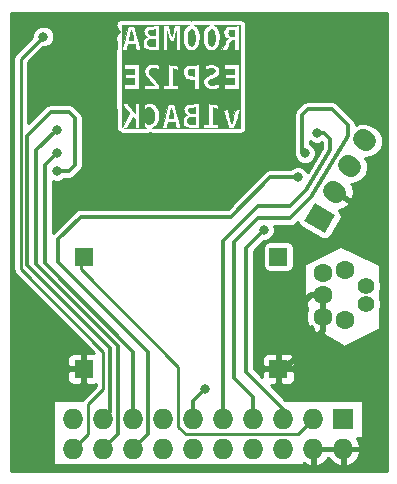
<source format=gbr>
G04 #@! TF.FileFunction,Copper,L2,Bot,Signal*
%FSLAX46Y46*%
G04 Gerber Fmt 4.6, Leading zero omitted, Abs format (unit mm)*
G04 Created by KiCad (PCBNEW (2015-09-21 BZR 6208, Git 1d27d08)-product) date Sam 03 Okt 2015 00:56:19 CEST*
%MOMM*%
G01*
G04 APERTURE LIST*
%ADD10C,0.100000*%
%ADD11C,0.010000*%
%ADD12R,1.500000X1.500000*%
%ADD13C,1.600000*%
%ADD14C,1.400000*%
%ADD15R,1.727200X1.727200*%
%ADD16O,1.727200X1.727200*%
%ADD17C,1.727200*%
%ADD18C,0.800000*%
%ADD19C,0.500000*%
%ADD20C,0.250000*%
%ADD21C,0.300000*%
G04 APERTURE END LIST*
D10*
D11*
G36*
X186979718Y-94662722D02*
X186980784Y-94896249D01*
X186982392Y-95109165D01*
X186984447Y-95295570D01*
X186986858Y-95449569D01*
X186989530Y-95565262D01*
X186992369Y-95636752D01*
X186995282Y-95658140D01*
X186995503Y-95657556D01*
X187005597Y-95621222D01*
X187028683Y-95536920D01*
X187062986Y-95411161D01*
X187106736Y-95250456D01*
X187158158Y-95061316D01*
X187215480Y-94850252D01*
X187268280Y-94655667D01*
X187528546Y-93696111D01*
X188034096Y-93696111D01*
X188293451Y-94655667D01*
X188354490Y-94881550D01*
X188411363Y-95092104D01*
X188462260Y-95280629D01*
X188505375Y-95440424D01*
X188538898Y-95564791D01*
X188561023Y-95647029D01*
X188569496Y-95678722D01*
X188575161Y-95711278D01*
X188563487Y-95730234D01*
X188523471Y-95739262D01*
X188444110Y-95742034D01*
X188379217Y-95742222D01*
X188172248Y-95742222D01*
X188117624Y-95495278D01*
X188063000Y-95248333D01*
X187515874Y-95232217D01*
X187486999Y-95336793D01*
X187463397Y-95427814D01*
X187436433Y-95539523D01*
X187424460Y-95591796D01*
X187390796Y-95742222D01*
X186976445Y-95742222D01*
X186977303Y-99023056D01*
X186977612Y-99447367D01*
X186978296Y-99855000D01*
X186979329Y-100242511D01*
X186980685Y-100606455D01*
X186982338Y-100943389D01*
X186984262Y-101249867D01*
X186986432Y-101522445D01*
X186988820Y-101757679D01*
X186991402Y-101952125D01*
X186994151Y-102102339D01*
X186997041Y-102204875D01*
X187000047Y-102256290D01*
X187001725Y-102261556D01*
X187134318Y-102020966D01*
X187255255Y-101796852D01*
X187362129Y-101593989D01*
X187452535Y-101417156D01*
X187524067Y-101271130D01*
X187574319Y-101160688D01*
X187600885Y-101090610D01*
X187603419Y-101066754D01*
X187577960Y-101034410D01*
X187523772Y-100966245D01*
X187447415Y-100870488D01*
X187355450Y-100755371D01*
X187291521Y-100675449D01*
X187195150Y-100554123D01*
X187112567Y-100448427D01*
X187049678Y-100366062D01*
X187012389Y-100314724D01*
X187004667Y-100301505D01*
X187030626Y-100294208D01*
X187099467Y-100288757D01*
X187197634Y-100286111D01*
X187223842Y-100286000D01*
X187443017Y-100286000D01*
X187753008Y-100685658D01*
X188063000Y-101085316D01*
X188070831Y-100685658D01*
X188078661Y-100286000D01*
X188472222Y-100286000D01*
X188472222Y-102346222D01*
X188077111Y-102346222D01*
X188077111Y-101650927D01*
X187986722Y-101533321D01*
X187896333Y-101415714D01*
X187413889Y-102343632D01*
X187188111Y-102353294D01*
X187165062Y-102355473D01*
X187193949Y-102357643D01*
X187270263Y-102359735D01*
X187389497Y-102361682D01*
X187547143Y-102363414D01*
X187738691Y-102364865D01*
X187959634Y-102365966D01*
X188048889Y-102366274D01*
X188286793Y-102366465D01*
X188503080Y-102365599D01*
X188692188Y-102363778D01*
X188848557Y-102361103D01*
X188966626Y-102357676D01*
X189040834Y-102353599D01*
X189065619Y-102348975D01*
X189063241Y-102347683D01*
X188970700Y-102316575D01*
X188913099Y-102282751D01*
X188882177Y-102232812D01*
X188869675Y-102153359D01*
X188867334Y-102030992D01*
X188867333Y-102029865D01*
X188867333Y-101800161D01*
X188930833Y-101858224D01*
X189065984Y-101950673D01*
X189212387Y-101997080D01*
X189358572Y-101995848D01*
X189493071Y-101945377D01*
X189504566Y-101938132D01*
X189585312Y-101863010D01*
X189643138Y-101755228D01*
X189679912Y-101608690D01*
X189697506Y-101417301D01*
X189699695Y-101302000D01*
X189698407Y-101154335D01*
X189692929Y-101048493D01*
X189681152Y-100969891D01*
X189660968Y-100903947D01*
X189633163Y-100841926D01*
X189558503Y-100722008D01*
X189469249Y-100648127D01*
X189351229Y-100609876D01*
X189309048Y-100603900D01*
X189159707Y-100614939D01*
X189014401Y-100680608D01*
X188930833Y-100745776D01*
X188867333Y-100803839D01*
X188867333Y-100343894D01*
X188957780Y-100297122D01*
X189086231Y-100254143D01*
X189245544Y-100235644D01*
X189415312Y-100242502D01*
X189560556Y-100271192D01*
X189734128Y-100350228D01*
X189884040Y-100476300D01*
X190003170Y-100642476D01*
X190054252Y-100751667D01*
X190082011Y-100829479D01*
X190100835Y-100904371D01*
X190112389Y-100990178D01*
X190118337Y-101100739D01*
X190120341Y-101249889D01*
X190120423Y-101302000D01*
X190119266Y-101464514D01*
X190114684Y-101584406D01*
X190105008Y-101675468D01*
X190088569Y-101751497D01*
X190063700Y-101826286D01*
X190053948Y-101851551D01*
X189955694Y-102037146D01*
X189824555Y-102186259D01*
X189667718Y-102291477D01*
X189600615Y-102319195D01*
X189579321Y-102326800D01*
X189563577Y-102333647D01*
X189556085Y-102339778D01*
X189559543Y-102345231D01*
X189576654Y-102350049D01*
X189610116Y-102354271D01*
X189662631Y-102357938D01*
X189736899Y-102361091D01*
X189835620Y-102363769D01*
X189961494Y-102366014D01*
X190117222Y-102367867D01*
X190305505Y-102369367D01*
X190529042Y-102370555D01*
X190790534Y-102371472D01*
X191092682Y-102372158D01*
X191438185Y-102372653D01*
X191829745Y-102372999D01*
X192270061Y-102373236D01*
X192761834Y-102373404D01*
X193220611Y-102373523D01*
X196995333Y-102374444D01*
X196992733Y-101605389D01*
X196990132Y-100836333D01*
X196839781Y-101302000D01*
X196781661Y-101482533D01*
X196721459Y-101670436D01*
X196664756Y-101848228D01*
X196617135Y-101998426D01*
X196598716Y-102056944D01*
X196508003Y-102346222D01*
X196259681Y-102346222D01*
X196138032Y-102344705D01*
X196061617Y-102338756D01*
X196019273Y-102326278D01*
X195999839Y-102305174D01*
X195996803Y-102296833D01*
X195981090Y-102245277D01*
X195952105Y-102151820D01*
X195912590Y-102025174D01*
X195907076Y-102007556D01*
X195160889Y-102007556D01*
X195160889Y-102346222D01*
X193862667Y-102346222D01*
X193862667Y-102007556D01*
X194314222Y-102007556D01*
X194314222Y-100286000D01*
X193552222Y-100286000D01*
X193552222Y-102346222D01*
X193121833Y-102345532D01*
X192960175Y-102343373D01*
X192808112Y-102337908D01*
X192679472Y-102329874D01*
X192588083Y-102320009D01*
X192565631Y-102315849D01*
X192563778Y-102315278D01*
X191961827Y-102315278D01*
X191950154Y-102334234D01*
X191910138Y-102343262D01*
X191830776Y-102346034D01*
X191765884Y-102346222D01*
X191558914Y-102346222D01*
X191504291Y-102099278D01*
X191449667Y-101852333D01*
X191176104Y-101844275D01*
X190902540Y-101836217D01*
X190873665Y-101940793D01*
X190850064Y-102031814D01*
X190823100Y-102143523D01*
X190811127Y-102195796D01*
X190777463Y-102346222D01*
X190569749Y-102346222D01*
X190463633Y-102345340D01*
X190402967Y-102340260D01*
X190376758Y-102327328D01*
X190374017Y-102302893D01*
X190378660Y-102282722D01*
X190389749Y-102241293D01*
X190413794Y-102152083D01*
X190448984Y-102021791D01*
X190493508Y-101857116D01*
X190545555Y-101664754D01*
X190603314Y-101451405D01*
X190655249Y-101259667D01*
X190915213Y-100300111D01*
X191420763Y-100300111D01*
X191680117Y-101259667D01*
X191741157Y-101485550D01*
X191798030Y-101696104D01*
X191848927Y-101884629D01*
X191892041Y-102044424D01*
X191925565Y-102168791D01*
X191947690Y-102251029D01*
X191956162Y-102282722D01*
X191961827Y-102315278D01*
X192563778Y-102315278D01*
X192391573Y-102262226D01*
X192266633Y-102188982D01*
X192184859Y-102088870D01*
X192140300Y-101954640D01*
X192127000Y-101781778D01*
X192136882Y-101617901D01*
X192171034Y-101495446D01*
X192236218Y-101402173D01*
X192339194Y-101325844D01*
X192395429Y-101295850D01*
X192475990Y-101253156D01*
X192507364Y-101228381D01*
X192492836Y-101218646D01*
X192484011Y-101218239D01*
X192410917Y-101193403D01*
X192332672Y-101130901D01*
X192263593Y-101046050D01*
X192217995Y-100954164D01*
X192210716Y-100925860D01*
X192201714Y-100757026D01*
X192237332Y-100603603D01*
X192314527Y-100478252D01*
X192319650Y-100472708D01*
X192394795Y-100406971D01*
X192485131Y-100357644D01*
X192599026Y-100322806D01*
X192744848Y-100300541D01*
X192930964Y-100288929D01*
X193134011Y-100286000D01*
X193552222Y-100286000D01*
X194314222Y-100286000D01*
X194314222Y-100279267D01*
X194575278Y-100294084D01*
X194712838Y-100306303D01*
X194848868Y-100325757D01*
X194959534Y-100348838D01*
X194984500Y-100356017D01*
X195132667Y-100403135D01*
X195132667Y-100570345D01*
X195131571Y-100659038D01*
X195128727Y-100719667D01*
X195125521Y-100737556D01*
X195096980Y-100730387D01*
X195028317Y-100711478D01*
X194933647Y-100684723D01*
X194921000Y-100681111D01*
X194824123Y-100653666D01*
X194751531Y-100633591D01*
X194717339Y-100624782D01*
X194716479Y-100624667D01*
X194714507Y-100651617D01*
X194712743Y-100727377D01*
X194711267Y-100844315D01*
X194710157Y-100994797D01*
X194709492Y-101171189D01*
X194709333Y-101316111D01*
X194709333Y-102007556D01*
X195160889Y-102007556D01*
X195907076Y-102007556D01*
X195865285Y-101874049D01*
X195812928Y-101707157D01*
X195758262Y-101533211D01*
X195704024Y-101360922D01*
X195652957Y-101199000D01*
X195607799Y-101056158D01*
X195571291Y-100941108D01*
X195546173Y-100862560D01*
X195535204Y-100829278D01*
X195543450Y-100810133D01*
X195590981Y-100798910D01*
X195685026Y-100794296D01*
X195729502Y-100794000D01*
X195937265Y-100794000D01*
X196091535Y-101372556D01*
X196137885Y-101543671D01*
X196180177Y-101694703D01*
X196216073Y-101817709D01*
X196243233Y-101904744D01*
X196259319Y-101947864D01*
X196261889Y-101951111D01*
X196273570Y-101925123D01*
X196297128Y-101852456D01*
X196330224Y-101741056D01*
X196370521Y-101598871D01*
X196415681Y-101433845D01*
X196432042Y-101372769D01*
X196586111Y-100794427D01*
X196790722Y-100794213D01*
X196995333Y-100794000D01*
X196995333Y-96984000D01*
X196882445Y-96984000D01*
X196882445Y-99044222D01*
X195612445Y-99044222D01*
X195612445Y-98677333D01*
X196487333Y-98677333D01*
X196487333Y-98510965D01*
X195245556Y-98510965D01*
X195245556Y-98720156D01*
X195243641Y-98830385D01*
X195231199Y-98903573D01*
X195198186Y-98951008D01*
X195134557Y-98983980D01*
X195030267Y-99013776D01*
X194971488Y-99028164D01*
X194774423Y-99060347D01*
X194567845Y-99067659D01*
X194378598Y-99049505D01*
X194352644Y-99044222D01*
X193495778Y-99044222D01*
X193100667Y-99044222D01*
X193100667Y-98705556D01*
X191774222Y-98705556D01*
X191774222Y-99044222D01*
X190476000Y-99044222D01*
X190476000Y-98718679D01*
X190165556Y-98718679D01*
X190165556Y-99044222D01*
X188867333Y-99044222D01*
X188867333Y-98705556D01*
X189719171Y-98705556D01*
X189378111Y-98348754D01*
X189208791Y-98165839D01*
X189080941Y-98014390D01*
X188991725Y-97890899D01*
X188952192Y-97822135D01*
X188883153Y-97634660D01*
X188868400Y-97458723D01*
X188907730Y-97296212D01*
X189000937Y-97149010D01*
X189028711Y-97118807D01*
X189168564Y-97015234D01*
X189255023Y-96984000D01*
X188415778Y-96984000D01*
X188415778Y-99044222D01*
X187145778Y-99044222D01*
X187145778Y-98677333D01*
X188020667Y-98677333D01*
X188020667Y-98141111D01*
X187230445Y-98141111D01*
X187230445Y-97774222D01*
X188020667Y-97774222D01*
X188020667Y-97350889D01*
X187145778Y-97350889D01*
X187145778Y-96984000D01*
X188415778Y-96984000D01*
X189255023Y-96984000D01*
X189343512Y-96952033D01*
X189548380Y-96930023D01*
X189777993Y-96950026D01*
X189911556Y-96978870D01*
X190095000Y-97026333D01*
X190103294Y-97214592D01*
X190111588Y-97402852D01*
X189967250Y-97348007D01*
X189777219Y-97291168D01*
X189609220Y-97271529D01*
X189468876Y-97288369D01*
X189361810Y-97340967D01*
X189293644Y-97428604D01*
X189291025Y-97434691D01*
X189267885Y-97507630D01*
X189262768Y-97580061D01*
X189278876Y-97657541D01*
X189319409Y-97745631D01*
X189387566Y-97849890D01*
X189486549Y-97975879D01*
X189619558Y-98129157D01*
X189789792Y-98315283D01*
X189811088Y-98338173D01*
X190165556Y-98718679D01*
X190476000Y-98718679D01*
X190476000Y-98705556D01*
X190927556Y-98705556D01*
X190927556Y-96977267D01*
X191188611Y-96992084D01*
X191326172Y-97004303D01*
X191462201Y-97023757D01*
X191572868Y-97046838D01*
X191597833Y-97054017D01*
X191746000Y-97101135D01*
X191746000Y-97268345D01*
X191744905Y-97357038D01*
X191742061Y-97417667D01*
X191738855Y-97435556D01*
X191710313Y-97428387D01*
X191641650Y-97409478D01*
X191546980Y-97382723D01*
X191534334Y-97379111D01*
X191437457Y-97351666D01*
X191364865Y-97331591D01*
X191330672Y-97322782D01*
X191329812Y-97322667D01*
X191327840Y-97349617D01*
X191326077Y-97425377D01*
X191324600Y-97542315D01*
X191323491Y-97692797D01*
X191322826Y-97869189D01*
X191322667Y-98014111D01*
X191322667Y-98705556D01*
X191774222Y-98705556D01*
X193100667Y-98705556D01*
X193100667Y-98290051D01*
X192847202Y-98275599D01*
X192623000Y-98247864D01*
X192445707Y-98191368D01*
X192312286Y-98103641D01*
X192219697Y-97982215D01*
X192164904Y-97824619D01*
X192148584Y-97707725D01*
X192152930Y-97499236D01*
X192201861Y-97325329D01*
X192295424Y-97185911D01*
X192433667Y-97080889D01*
X192478846Y-97058332D01*
X192538012Y-97035102D01*
X192604939Y-97018127D01*
X192690517Y-97006090D01*
X192805640Y-96997675D01*
X192961200Y-96991564D01*
X193051278Y-96989115D01*
X193495778Y-96978086D01*
X193495778Y-99044222D01*
X194352644Y-99044222D01*
X194342445Y-99042146D01*
X194169178Y-98979071D01*
X194037949Y-98878329D01*
X193948761Y-98739924D01*
X193901621Y-98563864D01*
X193897045Y-98521890D01*
X193900413Y-98336650D01*
X193946467Y-98178948D01*
X194038078Y-98045097D01*
X194178113Y-97931413D01*
X194369444Y-97834208D01*
X194459301Y-97799714D01*
X194580214Y-97752534D01*
X194686704Y-97703716D01*
X194763316Y-97660682D01*
X194786945Y-97642340D01*
X194839182Y-97557839D01*
X194842328Y-97468366D01*
X194800929Y-97386518D01*
X194719536Y-97324891D01*
X194665359Y-97305622D01*
X194550037Y-97296095D01*
X194406522Y-97312770D01*
X194254718Y-97352308D01*
X194155606Y-97391146D01*
X194001346Y-97461769D01*
X194009617Y-97258950D01*
X194017889Y-97056131D01*
X194159000Y-97003774D01*
X194355608Y-96950497D01*
X194553546Y-96932375D01*
X194741266Y-96948151D01*
X194907219Y-96996566D01*
X195039858Y-97076363D01*
X195068148Y-97102801D01*
X195174263Y-97249075D01*
X195233546Y-97413851D01*
X195244148Y-97585657D01*
X195204219Y-97753017D01*
X195180945Y-97802859D01*
X195094244Y-97912301D01*
X194954716Y-98015519D01*
X194765835Y-98110296D01*
X194604296Y-98171038D01*
X194455488Y-98237089D01*
X194352842Y-98317727D01*
X194298845Y-98408563D01*
X194295984Y-98505206D01*
X194346749Y-98603266D01*
X194354246Y-98612260D01*
X194392641Y-98652226D01*
X194432753Y-98675755D01*
X194490185Y-98687049D01*
X194580539Y-98690308D01*
X194643775Y-98690233D01*
X194774165Y-98685555D01*
X194875863Y-98669188D01*
X194976333Y-98635110D01*
X195055306Y-98599994D01*
X195245556Y-98510965D01*
X196487333Y-98510965D01*
X196487333Y-98141111D01*
X195697111Y-98141111D01*
X195697111Y-97774222D01*
X196487333Y-97774222D01*
X196487333Y-97350889D01*
X195612445Y-97350889D01*
X195612445Y-96984000D01*
X196882445Y-96984000D01*
X196995333Y-96984000D01*
X196995333Y-95742222D01*
X196910667Y-95742222D01*
X196515556Y-95742222D01*
X196515556Y-94923778D01*
X196420584Y-94923778D01*
X196350675Y-94931817D01*
X196288918Y-94960373D01*
X196229552Y-95016099D01*
X196166812Y-95105652D01*
X196094937Y-95235686D01*
X196021667Y-95384456D01*
X195852333Y-95739173D01*
X195618078Y-95740698D01*
X195383822Y-95742222D01*
X195609336Y-95311833D01*
X195687414Y-95165286D01*
X195760590Y-95032447D01*
X195823285Y-94923109D01*
X195869915Y-94847069D01*
X195890605Y-94818214D01*
X195946360Y-94754984D01*
X195820901Y-94699487D01*
X195727216Y-94645636D01*
X195665960Y-94572776D01*
X195640452Y-94522829D01*
X195592250Y-94358039D01*
X195588555Y-94186972D01*
X195627482Y-94024720D01*
X195707145Y-93886372D01*
X195722118Y-93869024D01*
X195781198Y-93811323D01*
X195845219Y-93767943D01*
X195923479Y-93736576D01*
X196025280Y-93714912D01*
X196159919Y-93700645D01*
X196336696Y-93691466D01*
X196452056Y-93687836D01*
X196910667Y-93675373D01*
X196910667Y-95742222D01*
X196995333Y-95742222D01*
X196995333Y-93625556D01*
X195845278Y-93627981D01*
X195579022Y-93629100D01*
X195343508Y-93631207D01*
X195142872Y-93634201D01*
X194981247Y-93637980D01*
X194862771Y-93642442D01*
X194791578Y-93647487D01*
X194771803Y-93653012D01*
X194774669Y-93654254D01*
X194927161Y-93728623D01*
X195053190Y-93850474D01*
X195151450Y-94016762D01*
X195220633Y-94224439D01*
X195259433Y-94470459D01*
X195266543Y-94751775D01*
X195264798Y-94796778D01*
X195246448Y-95026024D01*
X195213269Y-95210782D01*
X195162359Y-95361735D01*
X195090814Y-95489564D01*
X195068030Y-95520914D01*
X194971533Y-95630657D01*
X194872209Y-95701627D01*
X194754422Y-95740925D01*
X194602535Y-95755647D01*
X194549487Y-95756333D01*
X194430446Y-95754454D01*
X194349168Y-95745798D01*
X194287017Y-95725839D01*
X194225354Y-95690047D01*
X194197377Y-95670794D01*
X194056405Y-95537270D01*
X193950001Y-95359208D01*
X193878208Y-95136726D01*
X193841070Y-94869941D01*
X193835425Y-94698000D01*
X193851960Y-94413475D01*
X193901044Y-94169880D01*
X193981897Y-93968859D01*
X194093737Y-93812057D01*
X194235783Y-93701120D01*
X194328333Y-93659607D01*
X194341170Y-93650122D01*
X194316746Y-93642702D01*
X194251425Y-93637176D01*
X194141569Y-93633370D01*
X193983541Y-93631114D01*
X193773704Y-93630233D01*
X193707445Y-93630209D01*
X193495871Y-93631144D01*
X193323075Y-93633720D01*
X193192900Y-93637789D01*
X193109192Y-93643205D01*
X193075793Y-93649820D01*
X193081335Y-93654254D01*
X193233827Y-93728623D01*
X193359857Y-93850474D01*
X193458117Y-94016762D01*
X193527300Y-94224439D01*
X193566100Y-94470459D01*
X193573210Y-94751775D01*
X193571465Y-94796778D01*
X193553114Y-95026024D01*
X193519935Y-95210782D01*
X193469025Y-95361735D01*
X193397481Y-95489564D01*
X193374696Y-95520914D01*
X193278200Y-95630657D01*
X193178876Y-95701627D01*
X193061089Y-95740925D01*
X192909201Y-95755647D01*
X192856154Y-95756333D01*
X192737113Y-95754454D01*
X192655835Y-95745798D01*
X192593683Y-95725839D01*
X192532021Y-95690047D01*
X192504043Y-95670794D01*
X192363072Y-95537270D01*
X192256667Y-95359208D01*
X192184875Y-95136726D01*
X192147737Y-94869941D01*
X192142091Y-94698000D01*
X192158626Y-94413475D01*
X192207711Y-94169880D01*
X192288563Y-93968859D01*
X192400403Y-93812057D01*
X192542450Y-93701120D01*
X192585076Y-93682000D01*
X191915333Y-93682000D01*
X191915333Y-95742222D01*
X191576667Y-95742222D01*
X191574393Y-94930833D01*
X191572118Y-94119444D01*
X191468026Y-94542778D01*
X191363933Y-94966111D01*
X191028263Y-94966111D01*
X190923076Y-94542778D01*
X190817889Y-94119444D01*
X190814667Y-95742222D01*
X190476000Y-95742222D01*
X190476000Y-93682000D01*
X190165556Y-93682000D01*
X190165556Y-95742222D01*
X189735167Y-95741532D01*
X189573508Y-95739373D01*
X189421445Y-95733908D01*
X189292806Y-95725874D01*
X189201416Y-95716009D01*
X189178965Y-95711849D01*
X189004906Y-95658226D01*
X188879966Y-95584982D01*
X188798193Y-95484870D01*
X188753633Y-95350640D01*
X188740333Y-95177778D01*
X188750215Y-95013901D01*
X188784368Y-94891446D01*
X188849551Y-94798173D01*
X188952527Y-94721844D01*
X189008763Y-94691850D01*
X189089324Y-94649156D01*
X189120697Y-94624381D01*
X189106170Y-94614646D01*
X189097345Y-94614239D01*
X189024250Y-94589403D01*
X188946006Y-94526901D01*
X188876926Y-94442050D01*
X188831328Y-94350164D01*
X188824050Y-94321860D01*
X188815047Y-94153026D01*
X188850665Y-93999603D01*
X188927860Y-93874252D01*
X188932983Y-93868708D01*
X189008128Y-93802971D01*
X189098464Y-93753644D01*
X189212359Y-93718806D01*
X189358181Y-93696541D01*
X189544297Y-93684929D01*
X189747345Y-93682000D01*
X190165556Y-93682000D01*
X190476000Y-93682000D01*
X190953602Y-93682000D01*
X190985540Y-93801944D01*
X191005781Y-93877369D01*
X191036502Y-93991130D01*
X191073341Y-94127107D01*
X191107725Y-94253684D01*
X191197972Y-94585480D01*
X191233398Y-94451240D01*
X191255552Y-94368324D01*
X191287892Y-94248578D01*
X191325651Y-94109599D01*
X191355710Y-93999500D01*
X191442596Y-93682000D01*
X191915333Y-93682000D01*
X192585076Y-93682000D01*
X192635000Y-93659607D01*
X192630704Y-93654366D01*
X192585322Y-93649650D01*
X192497383Y-93645440D01*
X192365421Y-93641721D01*
X192187966Y-93638475D01*
X191963548Y-93635687D01*
X191690701Y-93633338D01*
X191367953Y-93631413D01*
X190993838Y-93629894D01*
X190566886Y-93628765D01*
X190085628Y-93628009D01*
X189848056Y-93627784D01*
X186976445Y-93625556D01*
X186979718Y-94662722D01*
X186979718Y-94662722D01*
G37*
X186979718Y-94662722D02*
X186980784Y-94896249D01*
X186982392Y-95109165D01*
X186984447Y-95295570D01*
X186986858Y-95449569D01*
X186989530Y-95565262D01*
X186992369Y-95636752D01*
X186995282Y-95658140D01*
X186995503Y-95657556D01*
X187005597Y-95621222D01*
X187028683Y-95536920D01*
X187062986Y-95411161D01*
X187106736Y-95250456D01*
X187158158Y-95061316D01*
X187215480Y-94850252D01*
X187268280Y-94655667D01*
X187528546Y-93696111D01*
X188034096Y-93696111D01*
X188293451Y-94655667D01*
X188354490Y-94881550D01*
X188411363Y-95092104D01*
X188462260Y-95280629D01*
X188505375Y-95440424D01*
X188538898Y-95564791D01*
X188561023Y-95647029D01*
X188569496Y-95678722D01*
X188575161Y-95711278D01*
X188563487Y-95730234D01*
X188523471Y-95739262D01*
X188444110Y-95742034D01*
X188379217Y-95742222D01*
X188172248Y-95742222D01*
X188117624Y-95495278D01*
X188063000Y-95248333D01*
X187515874Y-95232217D01*
X187486999Y-95336793D01*
X187463397Y-95427814D01*
X187436433Y-95539523D01*
X187424460Y-95591796D01*
X187390796Y-95742222D01*
X186976445Y-95742222D01*
X186977303Y-99023056D01*
X186977612Y-99447367D01*
X186978296Y-99855000D01*
X186979329Y-100242511D01*
X186980685Y-100606455D01*
X186982338Y-100943389D01*
X186984262Y-101249867D01*
X186986432Y-101522445D01*
X186988820Y-101757679D01*
X186991402Y-101952125D01*
X186994151Y-102102339D01*
X186997041Y-102204875D01*
X187000047Y-102256290D01*
X187001725Y-102261556D01*
X187134318Y-102020966D01*
X187255255Y-101796852D01*
X187362129Y-101593989D01*
X187452535Y-101417156D01*
X187524067Y-101271130D01*
X187574319Y-101160688D01*
X187600885Y-101090610D01*
X187603419Y-101066754D01*
X187577960Y-101034410D01*
X187523772Y-100966245D01*
X187447415Y-100870488D01*
X187355450Y-100755371D01*
X187291521Y-100675449D01*
X187195150Y-100554123D01*
X187112567Y-100448427D01*
X187049678Y-100366062D01*
X187012389Y-100314724D01*
X187004667Y-100301505D01*
X187030626Y-100294208D01*
X187099467Y-100288757D01*
X187197634Y-100286111D01*
X187223842Y-100286000D01*
X187443017Y-100286000D01*
X187753008Y-100685658D01*
X188063000Y-101085316D01*
X188070831Y-100685658D01*
X188078661Y-100286000D01*
X188472222Y-100286000D01*
X188472222Y-102346222D01*
X188077111Y-102346222D01*
X188077111Y-101650927D01*
X187986722Y-101533321D01*
X187896333Y-101415714D01*
X187413889Y-102343632D01*
X187188111Y-102353294D01*
X187165062Y-102355473D01*
X187193949Y-102357643D01*
X187270263Y-102359735D01*
X187389497Y-102361682D01*
X187547143Y-102363414D01*
X187738691Y-102364865D01*
X187959634Y-102365966D01*
X188048889Y-102366274D01*
X188286793Y-102366465D01*
X188503080Y-102365599D01*
X188692188Y-102363778D01*
X188848557Y-102361103D01*
X188966626Y-102357676D01*
X189040834Y-102353599D01*
X189065619Y-102348975D01*
X189063241Y-102347683D01*
X188970700Y-102316575D01*
X188913099Y-102282751D01*
X188882177Y-102232812D01*
X188869675Y-102153359D01*
X188867334Y-102030992D01*
X188867333Y-102029865D01*
X188867333Y-101800161D01*
X188930833Y-101858224D01*
X189065984Y-101950673D01*
X189212387Y-101997080D01*
X189358572Y-101995848D01*
X189493071Y-101945377D01*
X189504566Y-101938132D01*
X189585312Y-101863010D01*
X189643138Y-101755228D01*
X189679912Y-101608690D01*
X189697506Y-101417301D01*
X189699695Y-101302000D01*
X189698407Y-101154335D01*
X189692929Y-101048493D01*
X189681152Y-100969891D01*
X189660968Y-100903947D01*
X189633163Y-100841926D01*
X189558503Y-100722008D01*
X189469249Y-100648127D01*
X189351229Y-100609876D01*
X189309048Y-100603900D01*
X189159707Y-100614939D01*
X189014401Y-100680608D01*
X188930833Y-100745776D01*
X188867333Y-100803839D01*
X188867333Y-100343894D01*
X188957780Y-100297122D01*
X189086231Y-100254143D01*
X189245544Y-100235644D01*
X189415312Y-100242502D01*
X189560556Y-100271192D01*
X189734128Y-100350228D01*
X189884040Y-100476300D01*
X190003170Y-100642476D01*
X190054252Y-100751667D01*
X190082011Y-100829479D01*
X190100835Y-100904371D01*
X190112389Y-100990178D01*
X190118337Y-101100739D01*
X190120341Y-101249889D01*
X190120423Y-101302000D01*
X190119266Y-101464514D01*
X190114684Y-101584406D01*
X190105008Y-101675468D01*
X190088569Y-101751497D01*
X190063700Y-101826286D01*
X190053948Y-101851551D01*
X189955694Y-102037146D01*
X189824555Y-102186259D01*
X189667718Y-102291477D01*
X189600615Y-102319195D01*
X189579321Y-102326800D01*
X189563577Y-102333647D01*
X189556085Y-102339778D01*
X189559543Y-102345231D01*
X189576654Y-102350049D01*
X189610116Y-102354271D01*
X189662631Y-102357938D01*
X189736899Y-102361091D01*
X189835620Y-102363769D01*
X189961494Y-102366014D01*
X190117222Y-102367867D01*
X190305505Y-102369367D01*
X190529042Y-102370555D01*
X190790534Y-102371472D01*
X191092682Y-102372158D01*
X191438185Y-102372653D01*
X191829745Y-102372999D01*
X192270061Y-102373236D01*
X192761834Y-102373404D01*
X193220611Y-102373523D01*
X196995333Y-102374444D01*
X196992733Y-101605389D01*
X196990132Y-100836333D01*
X196839781Y-101302000D01*
X196781661Y-101482533D01*
X196721459Y-101670436D01*
X196664756Y-101848228D01*
X196617135Y-101998426D01*
X196598716Y-102056944D01*
X196508003Y-102346222D01*
X196259681Y-102346222D01*
X196138032Y-102344705D01*
X196061617Y-102338756D01*
X196019273Y-102326278D01*
X195999839Y-102305174D01*
X195996803Y-102296833D01*
X195981090Y-102245277D01*
X195952105Y-102151820D01*
X195912590Y-102025174D01*
X195907076Y-102007556D01*
X195160889Y-102007556D01*
X195160889Y-102346222D01*
X193862667Y-102346222D01*
X193862667Y-102007556D01*
X194314222Y-102007556D01*
X194314222Y-100286000D01*
X193552222Y-100286000D01*
X193552222Y-102346222D01*
X193121833Y-102345532D01*
X192960175Y-102343373D01*
X192808112Y-102337908D01*
X192679472Y-102329874D01*
X192588083Y-102320009D01*
X192565631Y-102315849D01*
X192563778Y-102315278D01*
X191961827Y-102315278D01*
X191950154Y-102334234D01*
X191910138Y-102343262D01*
X191830776Y-102346034D01*
X191765884Y-102346222D01*
X191558914Y-102346222D01*
X191504291Y-102099278D01*
X191449667Y-101852333D01*
X191176104Y-101844275D01*
X190902540Y-101836217D01*
X190873665Y-101940793D01*
X190850064Y-102031814D01*
X190823100Y-102143523D01*
X190811127Y-102195796D01*
X190777463Y-102346222D01*
X190569749Y-102346222D01*
X190463633Y-102345340D01*
X190402967Y-102340260D01*
X190376758Y-102327328D01*
X190374017Y-102302893D01*
X190378660Y-102282722D01*
X190389749Y-102241293D01*
X190413794Y-102152083D01*
X190448984Y-102021791D01*
X190493508Y-101857116D01*
X190545555Y-101664754D01*
X190603314Y-101451405D01*
X190655249Y-101259667D01*
X190915213Y-100300111D01*
X191420763Y-100300111D01*
X191680117Y-101259667D01*
X191741157Y-101485550D01*
X191798030Y-101696104D01*
X191848927Y-101884629D01*
X191892041Y-102044424D01*
X191925565Y-102168791D01*
X191947690Y-102251029D01*
X191956162Y-102282722D01*
X191961827Y-102315278D01*
X192563778Y-102315278D01*
X192391573Y-102262226D01*
X192266633Y-102188982D01*
X192184859Y-102088870D01*
X192140300Y-101954640D01*
X192127000Y-101781778D01*
X192136882Y-101617901D01*
X192171034Y-101495446D01*
X192236218Y-101402173D01*
X192339194Y-101325844D01*
X192395429Y-101295850D01*
X192475990Y-101253156D01*
X192507364Y-101228381D01*
X192492836Y-101218646D01*
X192484011Y-101218239D01*
X192410917Y-101193403D01*
X192332672Y-101130901D01*
X192263593Y-101046050D01*
X192217995Y-100954164D01*
X192210716Y-100925860D01*
X192201714Y-100757026D01*
X192237332Y-100603603D01*
X192314527Y-100478252D01*
X192319650Y-100472708D01*
X192394795Y-100406971D01*
X192485131Y-100357644D01*
X192599026Y-100322806D01*
X192744848Y-100300541D01*
X192930964Y-100288929D01*
X193134011Y-100286000D01*
X193552222Y-100286000D01*
X194314222Y-100286000D01*
X194314222Y-100279267D01*
X194575278Y-100294084D01*
X194712838Y-100306303D01*
X194848868Y-100325757D01*
X194959534Y-100348838D01*
X194984500Y-100356017D01*
X195132667Y-100403135D01*
X195132667Y-100570345D01*
X195131571Y-100659038D01*
X195128727Y-100719667D01*
X195125521Y-100737556D01*
X195096980Y-100730387D01*
X195028317Y-100711478D01*
X194933647Y-100684723D01*
X194921000Y-100681111D01*
X194824123Y-100653666D01*
X194751531Y-100633591D01*
X194717339Y-100624782D01*
X194716479Y-100624667D01*
X194714507Y-100651617D01*
X194712743Y-100727377D01*
X194711267Y-100844315D01*
X194710157Y-100994797D01*
X194709492Y-101171189D01*
X194709333Y-101316111D01*
X194709333Y-102007556D01*
X195160889Y-102007556D01*
X195907076Y-102007556D01*
X195865285Y-101874049D01*
X195812928Y-101707157D01*
X195758262Y-101533211D01*
X195704024Y-101360922D01*
X195652957Y-101199000D01*
X195607799Y-101056158D01*
X195571291Y-100941108D01*
X195546173Y-100862560D01*
X195535204Y-100829278D01*
X195543450Y-100810133D01*
X195590981Y-100798910D01*
X195685026Y-100794296D01*
X195729502Y-100794000D01*
X195937265Y-100794000D01*
X196091535Y-101372556D01*
X196137885Y-101543671D01*
X196180177Y-101694703D01*
X196216073Y-101817709D01*
X196243233Y-101904744D01*
X196259319Y-101947864D01*
X196261889Y-101951111D01*
X196273570Y-101925123D01*
X196297128Y-101852456D01*
X196330224Y-101741056D01*
X196370521Y-101598871D01*
X196415681Y-101433845D01*
X196432042Y-101372769D01*
X196586111Y-100794427D01*
X196790722Y-100794213D01*
X196995333Y-100794000D01*
X196995333Y-96984000D01*
X196882445Y-96984000D01*
X196882445Y-99044222D01*
X195612445Y-99044222D01*
X195612445Y-98677333D01*
X196487333Y-98677333D01*
X196487333Y-98510965D01*
X195245556Y-98510965D01*
X195245556Y-98720156D01*
X195243641Y-98830385D01*
X195231199Y-98903573D01*
X195198186Y-98951008D01*
X195134557Y-98983980D01*
X195030267Y-99013776D01*
X194971488Y-99028164D01*
X194774423Y-99060347D01*
X194567845Y-99067659D01*
X194378598Y-99049505D01*
X194352644Y-99044222D01*
X193495778Y-99044222D01*
X193100667Y-99044222D01*
X193100667Y-98705556D01*
X191774222Y-98705556D01*
X191774222Y-99044222D01*
X190476000Y-99044222D01*
X190476000Y-98718679D01*
X190165556Y-98718679D01*
X190165556Y-99044222D01*
X188867333Y-99044222D01*
X188867333Y-98705556D01*
X189719171Y-98705556D01*
X189378111Y-98348754D01*
X189208791Y-98165839D01*
X189080941Y-98014390D01*
X188991725Y-97890899D01*
X188952192Y-97822135D01*
X188883153Y-97634660D01*
X188868400Y-97458723D01*
X188907730Y-97296212D01*
X189000937Y-97149010D01*
X189028711Y-97118807D01*
X189168564Y-97015234D01*
X189255023Y-96984000D01*
X188415778Y-96984000D01*
X188415778Y-99044222D01*
X187145778Y-99044222D01*
X187145778Y-98677333D01*
X188020667Y-98677333D01*
X188020667Y-98141111D01*
X187230445Y-98141111D01*
X187230445Y-97774222D01*
X188020667Y-97774222D01*
X188020667Y-97350889D01*
X187145778Y-97350889D01*
X187145778Y-96984000D01*
X188415778Y-96984000D01*
X189255023Y-96984000D01*
X189343512Y-96952033D01*
X189548380Y-96930023D01*
X189777993Y-96950026D01*
X189911556Y-96978870D01*
X190095000Y-97026333D01*
X190103294Y-97214592D01*
X190111588Y-97402852D01*
X189967250Y-97348007D01*
X189777219Y-97291168D01*
X189609220Y-97271529D01*
X189468876Y-97288369D01*
X189361810Y-97340967D01*
X189293644Y-97428604D01*
X189291025Y-97434691D01*
X189267885Y-97507630D01*
X189262768Y-97580061D01*
X189278876Y-97657541D01*
X189319409Y-97745631D01*
X189387566Y-97849890D01*
X189486549Y-97975879D01*
X189619558Y-98129157D01*
X189789792Y-98315283D01*
X189811088Y-98338173D01*
X190165556Y-98718679D01*
X190476000Y-98718679D01*
X190476000Y-98705556D01*
X190927556Y-98705556D01*
X190927556Y-96977267D01*
X191188611Y-96992084D01*
X191326172Y-97004303D01*
X191462201Y-97023757D01*
X191572868Y-97046838D01*
X191597833Y-97054017D01*
X191746000Y-97101135D01*
X191746000Y-97268345D01*
X191744905Y-97357038D01*
X191742061Y-97417667D01*
X191738855Y-97435556D01*
X191710313Y-97428387D01*
X191641650Y-97409478D01*
X191546980Y-97382723D01*
X191534334Y-97379111D01*
X191437457Y-97351666D01*
X191364865Y-97331591D01*
X191330672Y-97322782D01*
X191329812Y-97322667D01*
X191327840Y-97349617D01*
X191326077Y-97425377D01*
X191324600Y-97542315D01*
X191323491Y-97692797D01*
X191322826Y-97869189D01*
X191322667Y-98014111D01*
X191322667Y-98705556D01*
X191774222Y-98705556D01*
X193100667Y-98705556D01*
X193100667Y-98290051D01*
X192847202Y-98275599D01*
X192623000Y-98247864D01*
X192445707Y-98191368D01*
X192312286Y-98103641D01*
X192219697Y-97982215D01*
X192164904Y-97824619D01*
X192148584Y-97707725D01*
X192152930Y-97499236D01*
X192201861Y-97325329D01*
X192295424Y-97185911D01*
X192433667Y-97080889D01*
X192478846Y-97058332D01*
X192538012Y-97035102D01*
X192604939Y-97018127D01*
X192690517Y-97006090D01*
X192805640Y-96997675D01*
X192961200Y-96991564D01*
X193051278Y-96989115D01*
X193495778Y-96978086D01*
X193495778Y-99044222D01*
X194352644Y-99044222D01*
X194342445Y-99042146D01*
X194169178Y-98979071D01*
X194037949Y-98878329D01*
X193948761Y-98739924D01*
X193901621Y-98563864D01*
X193897045Y-98521890D01*
X193900413Y-98336650D01*
X193946467Y-98178948D01*
X194038078Y-98045097D01*
X194178113Y-97931413D01*
X194369444Y-97834208D01*
X194459301Y-97799714D01*
X194580214Y-97752534D01*
X194686704Y-97703716D01*
X194763316Y-97660682D01*
X194786945Y-97642340D01*
X194839182Y-97557839D01*
X194842328Y-97468366D01*
X194800929Y-97386518D01*
X194719536Y-97324891D01*
X194665359Y-97305622D01*
X194550037Y-97296095D01*
X194406522Y-97312770D01*
X194254718Y-97352308D01*
X194155606Y-97391146D01*
X194001346Y-97461769D01*
X194009617Y-97258950D01*
X194017889Y-97056131D01*
X194159000Y-97003774D01*
X194355608Y-96950497D01*
X194553546Y-96932375D01*
X194741266Y-96948151D01*
X194907219Y-96996566D01*
X195039858Y-97076363D01*
X195068148Y-97102801D01*
X195174263Y-97249075D01*
X195233546Y-97413851D01*
X195244148Y-97585657D01*
X195204219Y-97753017D01*
X195180945Y-97802859D01*
X195094244Y-97912301D01*
X194954716Y-98015519D01*
X194765835Y-98110296D01*
X194604296Y-98171038D01*
X194455488Y-98237089D01*
X194352842Y-98317727D01*
X194298845Y-98408563D01*
X194295984Y-98505206D01*
X194346749Y-98603266D01*
X194354246Y-98612260D01*
X194392641Y-98652226D01*
X194432753Y-98675755D01*
X194490185Y-98687049D01*
X194580539Y-98690308D01*
X194643775Y-98690233D01*
X194774165Y-98685555D01*
X194875863Y-98669188D01*
X194976333Y-98635110D01*
X195055306Y-98599994D01*
X195245556Y-98510965D01*
X196487333Y-98510965D01*
X196487333Y-98141111D01*
X195697111Y-98141111D01*
X195697111Y-97774222D01*
X196487333Y-97774222D01*
X196487333Y-97350889D01*
X195612445Y-97350889D01*
X195612445Y-96984000D01*
X196882445Y-96984000D01*
X196995333Y-96984000D01*
X196995333Y-95742222D01*
X196910667Y-95742222D01*
X196515556Y-95742222D01*
X196515556Y-94923778D01*
X196420584Y-94923778D01*
X196350675Y-94931817D01*
X196288918Y-94960373D01*
X196229552Y-95016099D01*
X196166812Y-95105652D01*
X196094937Y-95235686D01*
X196021667Y-95384456D01*
X195852333Y-95739173D01*
X195618078Y-95740698D01*
X195383822Y-95742222D01*
X195609336Y-95311833D01*
X195687414Y-95165286D01*
X195760590Y-95032447D01*
X195823285Y-94923109D01*
X195869915Y-94847069D01*
X195890605Y-94818214D01*
X195946360Y-94754984D01*
X195820901Y-94699487D01*
X195727216Y-94645636D01*
X195665960Y-94572776D01*
X195640452Y-94522829D01*
X195592250Y-94358039D01*
X195588555Y-94186972D01*
X195627482Y-94024720D01*
X195707145Y-93886372D01*
X195722118Y-93869024D01*
X195781198Y-93811323D01*
X195845219Y-93767943D01*
X195923479Y-93736576D01*
X196025280Y-93714912D01*
X196159919Y-93700645D01*
X196336696Y-93691466D01*
X196452056Y-93687836D01*
X196910667Y-93675373D01*
X196910667Y-95742222D01*
X196995333Y-95742222D01*
X196995333Y-93625556D01*
X195845278Y-93627981D01*
X195579022Y-93629100D01*
X195343508Y-93631207D01*
X195142872Y-93634201D01*
X194981247Y-93637980D01*
X194862771Y-93642442D01*
X194791578Y-93647487D01*
X194771803Y-93653012D01*
X194774669Y-93654254D01*
X194927161Y-93728623D01*
X195053190Y-93850474D01*
X195151450Y-94016762D01*
X195220633Y-94224439D01*
X195259433Y-94470459D01*
X195266543Y-94751775D01*
X195264798Y-94796778D01*
X195246448Y-95026024D01*
X195213269Y-95210782D01*
X195162359Y-95361735D01*
X195090814Y-95489564D01*
X195068030Y-95520914D01*
X194971533Y-95630657D01*
X194872209Y-95701627D01*
X194754422Y-95740925D01*
X194602535Y-95755647D01*
X194549487Y-95756333D01*
X194430446Y-95754454D01*
X194349168Y-95745798D01*
X194287017Y-95725839D01*
X194225354Y-95690047D01*
X194197377Y-95670794D01*
X194056405Y-95537270D01*
X193950001Y-95359208D01*
X193878208Y-95136726D01*
X193841070Y-94869941D01*
X193835425Y-94698000D01*
X193851960Y-94413475D01*
X193901044Y-94169880D01*
X193981897Y-93968859D01*
X194093737Y-93812057D01*
X194235783Y-93701120D01*
X194328333Y-93659607D01*
X194341170Y-93650122D01*
X194316746Y-93642702D01*
X194251425Y-93637176D01*
X194141569Y-93633370D01*
X193983541Y-93631114D01*
X193773704Y-93630233D01*
X193707445Y-93630209D01*
X193495871Y-93631144D01*
X193323075Y-93633720D01*
X193192900Y-93637789D01*
X193109192Y-93643205D01*
X193075793Y-93649820D01*
X193081335Y-93654254D01*
X193233827Y-93728623D01*
X193359857Y-93850474D01*
X193458117Y-94016762D01*
X193527300Y-94224439D01*
X193566100Y-94470459D01*
X193573210Y-94751775D01*
X193571465Y-94796778D01*
X193553114Y-95026024D01*
X193519935Y-95210782D01*
X193469025Y-95361735D01*
X193397481Y-95489564D01*
X193374696Y-95520914D01*
X193278200Y-95630657D01*
X193178876Y-95701627D01*
X193061089Y-95740925D01*
X192909201Y-95755647D01*
X192856154Y-95756333D01*
X192737113Y-95754454D01*
X192655835Y-95745798D01*
X192593683Y-95725839D01*
X192532021Y-95690047D01*
X192504043Y-95670794D01*
X192363072Y-95537270D01*
X192256667Y-95359208D01*
X192184875Y-95136726D01*
X192147737Y-94869941D01*
X192142091Y-94698000D01*
X192158626Y-94413475D01*
X192207711Y-94169880D01*
X192288563Y-93968859D01*
X192400403Y-93812057D01*
X192542450Y-93701120D01*
X192585076Y-93682000D01*
X191915333Y-93682000D01*
X191915333Y-95742222D01*
X191576667Y-95742222D01*
X191574393Y-94930833D01*
X191572118Y-94119444D01*
X191468026Y-94542778D01*
X191363933Y-94966111D01*
X191028263Y-94966111D01*
X190923076Y-94542778D01*
X190817889Y-94119444D01*
X190814667Y-95742222D01*
X190476000Y-95742222D01*
X190476000Y-93682000D01*
X190165556Y-93682000D01*
X190165556Y-95742222D01*
X189735167Y-95741532D01*
X189573508Y-95739373D01*
X189421445Y-95733908D01*
X189292806Y-95725874D01*
X189201416Y-95716009D01*
X189178965Y-95711849D01*
X189004906Y-95658226D01*
X188879966Y-95584982D01*
X188798193Y-95484870D01*
X188753633Y-95350640D01*
X188740333Y-95177778D01*
X188750215Y-95013901D01*
X188784368Y-94891446D01*
X188849551Y-94798173D01*
X188952527Y-94721844D01*
X189008763Y-94691850D01*
X189089324Y-94649156D01*
X189120697Y-94624381D01*
X189106170Y-94614646D01*
X189097345Y-94614239D01*
X189024250Y-94589403D01*
X188946006Y-94526901D01*
X188876926Y-94442050D01*
X188831328Y-94350164D01*
X188824050Y-94321860D01*
X188815047Y-94153026D01*
X188850665Y-93999603D01*
X188927860Y-93874252D01*
X188932983Y-93868708D01*
X189008128Y-93802971D01*
X189098464Y-93753644D01*
X189212359Y-93718806D01*
X189358181Y-93696541D01*
X189544297Y-93684929D01*
X189747345Y-93682000D01*
X190165556Y-93682000D01*
X190476000Y-93682000D01*
X190953602Y-93682000D01*
X190985540Y-93801944D01*
X191005781Y-93877369D01*
X191036502Y-93991130D01*
X191073341Y-94127107D01*
X191107725Y-94253684D01*
X191197972Y-94585480D01*
X191233398Y-94451240D01*
X191255552Y-94368324D01*
X191287892Y-94248578D01*
X191325651Y-94109599D01*
X191355710Y-93999500D01*
X191442596Y-93682000D01*
X191915333Y-93682000D01*
X192585076Y-93682000D01*
X192635000Y-93659607D01*
X192630704Y-93654366D01*
X192585322Y-93649650D01*
X192497383Y-93645440D01*
X192365421Y-93641721D01*
X192187966Y-93638475D01*
X191963548Y-93635687D01*
X191690701Y-93633338D01*
X191367953Y-93631413D01*
X190993838Y-93629894D01*
X190566886Y-93628765D01*
X190085628Y-93628009D01*
X189848056Y-93627784D01*
X186976445Y-93625556D01*
X186979718Y-94662722D01*
G36*
X194426278Y-94046588D02*
X194347468Y-94141410D01*
X194328333Y-94176285D01*
X194305115Y-94230020D01*
X194289156Y-94290207D01*
X194279172Y-94368403D01*
X194273877Y-94476167D01*
X194271985Y-94625055D01*
X194271889Y-94683889D01*
X194274997Y-94887843D01*
X194285578Y-95044125D01*
X194305514Y-95161230D01*
X194336689Y-95247654D01*
X194380988Y-95311891D01*
X194418849Y-95346670D01*
X194517139Y-95396831D01*
X194614685Y-95390764D01*
X194677813Y-95357534D01*
X194741677Y-95292399D01*
X194788526Y-95194706D01*
X194820472Y-95057468D01*
X194839627Y-94873698D01*
X194843082Y-94810889D01*
X194845031Y-94552417D01*
X194824215Y-94344463D01*
X194780263Y-94185731D01*
X194712803Y-94074927D01*
X194621465Y-94010755D01*
X194612807Y-94007487D01*
X194516833Y-94000696D01*
X194426278Y-94046588D01*
X194426278Y-94046588D01*
G37*
X194426278Y-94046588D02*
X194347468Y-94141410D01*
X194328333Y-94176285D01*
X194305115Y-94230020D01*
X194289156Y-94290207D01*
X194279172Y-94368403D01*
X194273877Y-94476167D01*
X194271985Y-94625055D01*
X194271889Y-94683889D01*
X194274997Y-94887843D01*
X194285578Y-95044125D01*
X194305514Y-95161230D01*
X194336689Y-95247654D01*
X194380988Y-95311891D01*
X194418849Y-95346670D01*
X194517139Y-95396831D01*
X194614685Y-95390764D01*
X194677813Y-95357534D01*
X194741677Y-95292399D01*
X194788526Y-95194706D01*
X194820472Y-95057468D01*
X194839627Y-94873698D01*
X194843082Y-94810889D01*
X194845031Y-94552417D01*
X194824215Y-94344463D01*
X194780263Y-94185731D01*
X194712803Y-94074927D01*
X194621465Y-94010755D01*
X194612807Y-94007487D01*
X194516833Y-94000696D01*
X194426278Y-94046588D01*
G36*
X192732945Y-94046588D02*
X192654135Y-94141410D01*
X192635000Y-94176285D01*
X192611782Y-94230020D01*
X192595823Y-94290207D01*
X192585838Y-94368403D01*
X192580543Y-94476167D01*
X192578652Y-94625055D01*
X192578556Y-94683889D01*
X192581664Y-94887843D01*
X192592244Y-95044125D01*
X192612180Y-95161230D01*
X192643356Y-95247654D01*
X192687654Y-95311891D01*
X192725516Y-95346670D01*
X192823805Y-95396831D01*
X192921351Y-95390764D01*
X192984480Y-95357534D01*
X193048344Y-95292399D01*
X193095193Y-95194706D01*
X193127138Y-95057468D01*
X193146294Y-94873698D01*
X193149749Y-94810889D01*
X193151698Y-94552417D01*
X193130882Y-94344463D01*
X193086930Y-94185731D01*
X193019470Y-94074927D01*
X192928132Y-94010755D01*
X192919474Y-94007487D01*
X192823500Y-94000696D01*
X192732945Y-94046588D01*
X192732945Y-94046588D01*
G37*
X192732945Y-94046588D02*
X192654135Y-94141410D01*
X192635000Y-94176285D01*
X192611782Y-94230020D01*
X192595823Y-94290207D01*
X192585838Y-94368403D01*
X192580543Y-94476167D01*
X192578652Y-94625055D01*
X192578556Y-94683889D01*
X192581664Y-94887843D01*
X192592244Y-95044125D01*
X192612180Y-95161230D01*
X192643356Y-95247654D01*
X192687654Y-95311891D01*
X192725516Y-95346670D01*
X192823805Y-95396831D01*
X192921351Y-95390764D01*
X192984480Y-95357534D01*
X193048344Y-95292399D01*
X193095193Y-95194706D01*
X193127138Y-95057468D01*
X193146294Y-94873698D01*
X193149749Y-94810889D01*
X193151698Y-94552417D01*
X193130882Y-94344463D01*
X193086930Y-94185731D01*
X193019470Y-94074927D01*
X192928132Y-94010755D01*
X192919474Y-94007487D01*
X192823500Y-94000696D01*
X192732945Y-94046588D01*
G36*
X187691860Y-94435571D02*
X187658673Y-94578368D01*
X187630628Y-94702824D01*
X187610132Y-94797972D01*
X187599589Y-94852844D01*
X187598703Y-94860278D01*
X187619082Y-94881201D01*
X187685706Y-94892606D01*
X187784068Y-94895556D01*
X187883442Y-94894397D01*
X187938050Y-94888075D01*
X187959562Y-94872315D01*
X187959650Y-94842846D01*
X187957530Y-94832056D01*
X187946547Y-94781224D01*
X187926088Y-94688012D01*
X187898952Y-94565133D01*
X187867941Y-94425298D01*
X187863952Y-94407349D01*
X187783647Y-94046142D01*
X187691860Y-94435571D01*
X187691860Y-94435571D01*
G37*
X187691860Y-94435571D02*
X187658673Y-94578368D01*
X187630628Y-94702824D01*
X187610132Y-94797972D01*
X187599589Y-94852844D01*
X187598703Y-94860278D01*
X187619082Y-94881201D01*
X187685706Y-94892606D01*
X187784068Y-94895556D01*
X187883442Y-94894397D01*
X187938050Y-94888075D01*
X187959562Y-94872315D01*
X187959650Y-94842846D01*
X187957530Y-94832056D01*
X187946547Y-94781224D01*
X187926088Y-94688012D01*
X187898952Y-94565133D01*
X187867941Y-94425298D01*
X187863952Y-94407349D01*
X187783647Y-94046142D01*
X187691860Y-94435571D01*
G36*
X192779246Y-101427673D02*
X192645987Y-101465504D01*
X192560989Y-101527603D01*
X192536043Y-101570583D01*
X192508254Y-101706103D01*
X192527547Y-101830896D01*
X192576093Y-101914260D01*
X192612447Y-101952136D01*
X192651645Y-101976240D01*
X192707662Y-101990408D01*
X192794472Y-101998473D01*
X192900649Y-102003308D01*
X193157111Y-102013172D01*
X193157111Y-101414889D01*
X192958649Y-101414889D01*
X192779246Y-101427673D01*
X192779246Y-101427673D01*
G37*
X192779246Y-101427673D02*
X192645987Y-101465504D01*
X192560989Y-101527603D01*
X192536043Y-101570583D01*
X192508254Y-101706103D01*
X192527547Y-101830896D01*
X192576093Y-101914260D01*
X192612447Y-101952136D01*
X192651645Y-101976240D01*
X192707662Y-101990408D01*
X192794472Y-101998473D01*
X192900649Y-102003308D01*
X193157111Y-102013172D01*
X193157111Y-101414889D01*
X192958649Y-101414889D01*
X192779246Y-101427673D01*
G36*
X192928569Y-100629069D02*
X192810745Y-100636399D01*
X192734927Y-100647958D01*
X192686680Y-100667668D01*
X192651565Y-100699451D01*
X192646347Y-100705739D01*
X192598818Y-100804464D01*
X192602884Y-100908581D01*
X192657746Y-101002655D01*
X192661940Y-101006949D01*
X192704592Y-101043117D01*
X192753210Y-101064035D01*
X192824185Y-101073726D01*
X192933908Y-101076214D01*
X192944162Y-101076222D01*
X193157111Y-101076222D01*
X193157111Y-100618690D01*
X192928569Y-100629069D01*
X192928569Y-100629069D01*
G37*
X192928569Y-100629069D02*
X192810745Y-100636399D01*
X192734927Y-100647958D01*
X192686680Y-100667668D01*
X192651565Y-100699451D01*
X192646347Y-100705739D01*
X192598818Y-100804464D01*
X192602884Y-100908581D01*
X192657746Y-101002655D01*
X192661940Y-101006949D01*
X192704592Y-101043117D01*
X192753210Y-101064035D01*
X192824185Y-101073726D01*
X192933908Y-101076214D01*
X192944162Y-101076222D01*
X193157111Y-101076222D01*
X193157111Y-100618690D01*
X192928569Y-100629069D01*
G36*
X191078526Y-101039571D02*
X191045339Y-101182368D01*
X191017295Y-101306824D01*
X190996798Y-101401972D01*
X190986256Y-101456844D01*
X190985370Y-101464278D01*
X191005749Y-101485201D01*
X191072372Y-101496606D01*
X191170735Y-101499556D01*
X191270109Y-101498397D01*
X191324717Y-101492075D01*
X191346229Y-101476315D01*
X191346317Y-101446846D01*
X191344196Y-101436056D01*
X191333214Y-101385224D01*
X191312755Y-101292012D01*
X191285619Y-101169133D01*
X191254608Y-101029298D01*
X191250618Y-101011349D01*
X191170314Y-100650142D01*
X191078526Y-101039571D01*
X191078526Y-101039571D01*
G37*
X191078526Y-101039571D02*
X191045339Y-101182368D01*
X191017295Y-101306824D01*
X190996798Y-101401972D01*
X190986256Y-101456844D01*
X190985370Y-101464278D01*
X191005749Y-101485201D01*
X191072372Y-101496606D01*
X191170735Y-101499556D01*
X191270109Y-101498397D01*
X191324717Y-101492075D01*
X191346229Y-101476315D01*
X191346317Y-101446846D01*
X191344196Y-101436056D01*
X191333214Y-101385224D01*
X191312755Y-101292012D01*
X191285619Y-101169133D01*
X191254608Y-101029298D01*
X191250618Y-101011349D01*
X191170314Y-100650142D01*
X191078526Y-101039571D01*
G36*
X192899709Y-97355874D02*
X192789972Y-97364549D01*
X192719617Y-97379097D01*
X192671578Y-97405209D01*
X192631598Y-97445300D01*
X192574933Y-97549818D01*
X192564445Y-97633111D01*
X192588091Y-97753202D01*
X192631598Y-97820922D01*
X192674213Y-97863063D01*
X192723134Y-97888298D01*
X192795423Y-97902320D01*
X192899709Y-97910348D01*
X193100667Y-97921703D01*
X193100667Y-97344519D01*
X192899709Y-97355874D01*
X192899709Y-97355874D01*
G37*
X192899709Y-97355874D02*
X192789972Y-97364549D01*
X192719617Y-97379097D01*
X192671578Y-97405209D01*
X192631598Y-97445300D01*
X192574933Y-97549818D01*
X192564445Y-97633111D01*
X192588091Y-97753202D01*
X192631598Y-97820922D01*
X192674213Y-97863063D01*
X192723134Y-97888298D01*
X192795423Y-97902320D01*
X192899709Y-97910348D01*
X193100667Y-97921703D01*
X193100667Y-97344519D01*
X192899709Y-97355874D01*
G36*
X196314604Y-94053874D02*
X196202836Y-94063085D01*
X196131759Y-94078371D01*
X196085636Y-94104493D01*
X196060604Y-94130741D01*
X196020927Y-94215537D01*
X196007473Y-94323168D01*
X196023675Y-94424832D01*
X196025087Y-94428624D01*
X196075851Y-94487679D01*
X196170038Y-94531090D01*
X196295722Y-94554275D01*
X196358932Y-94556889D01*
X196515556Y-94556889D01*
X196515556Y-94042519D01*
X196314604Y-94053874D01*
X196314604Y-94053874D01*
G37*
X196314604Y-94053874D02*
X196202836Y-94063085D01*
X196131759Y-94078371D01*
X196085636Y-94104493D01*
X196060604Y-94130741D01*
X196020927Y-94215537D01*
X196007473Y-94323168D01*
X196023675Y-94424832D01*
X196025087Y-94428624D01*
X196075851Y-94487679D01*
X196170038Y-94531090D01*
X196295722Y-94554275D01*
X196358932Y-94556889D01*
X196515556Y-94556889D01*
X196515556Y-94042519D01*
X196314604Y-94053874D01*
G36*
X189392579Y-94823673D02*
X189259320Y-94861504D01*
X189174322Y-94923603D01*
X189149376Y-94966583D01*
X189121587Y-95102103D01*
X189140881Y-95226896D01*
X189189427Y-95310260D01*
X189225781Y-95348136D01*
X189264978Y-95372240D01*
X189320995Y-95386408D01*
X189407805Y-95394473D01*
X189513982Y-95399308D01*
X189770445Y-95409172D01*
X189770445Y-94810889D01*
X189571983Y-94810889D01*
X189392579Y-94823673D01*
X189392579Y-94823673D01*
G37*
X189392579Y-94823673D02*
X189259320Y-94861504D01*
X189174322Y-94923603D01*
X189149376Y-94966583D01*
X189121587Y-95102103D01*
X189140881Y-95226896D01*
X189189427Y-95310260D01*
X189225781Y-95348136D01*
X189264978Y-95372240D01*
X189320995Y-95386408D01*
X189407805Y-95394473D01*
X189513982Y-95399308D01*
X189770445Y-95409172D01*
X189770445Y-94810889D01*
X189571983Y-94810889D01*
X189392579Y-94823673D01*
G36*
X189541902Y-94025069D02*
X189424078Y-94032399D01*
X189348261Y-94043958D01*
X189300013Y-94063668D01*
X189264899Y-94095451D01*
X189259680Y-94101739D01*
X189212152Y-94200464D01*
X189216218Y-94304581D01*
X189271079Y-94398655D01*
X189275273Y-94402949D01*
X189317926Y-94439117D01*
X189366543Y-94460035D01*
X189437518Y-94469726D01*
X189547242Y-94472214D01*
X189557495Y-94472222D01*
X189770445Y-94472222D01*
X189770445Y-94014690D01*
X189541902Y-94025069D01*
X189541902Y-94025069D01*
G37*
X189541902Y-94025069D02*
X189424078Y-94032399D01*
X189348261Y-94043958D01*
X189300013Y-94063668D01*
X189264899Y-94095451D01*
X189259680Y-94101739D01*
X189212152Y-94200464D01*
X189216218Y-94304581D01*
X189271079Y-94398655D01*
X189275273Y-94402949D01*
X189317926Y-94439117D01*
X189366543Y-94460035D01*
X189437518Y-94469726D01*
X189547242Y-94472214D01*
X189557495Y-94472222D01*
X189770445Y-94472222D01*
X189770445Y-94014690D01*
X189541902Y-94025069D01*
D12*
X183750000Y-113250000D03*
X183750000Y-122750000D03*
X200250000Y-122750000D03*
X200250000Y-113250000D03*
D13*
X203990000Y-118360000D03*
X203990000Y-116510000D03*
X203990000Y-114660000D03*
X205850000Y-118650000D03*
X205850000Y-114350000D03*
D14*
X207700000Y-115750000D03*
X207700000Y-117250000D03*
D15*
X205740000Y-127000000D03*
D16*
X205740000Y-129540000D03*
X203200000Y-127000000D03*
X203200000Y-129540000D03*
X200660000Y-127000000D03*
X200660000Y-129540000D03*
X198120000Y-127000000D03*
X198120000Y-129540000D03*
X195580000Y-127000000D03*
X195580000Y-129540000D03*
X193040000Y-127000000D03*
X193040000Y-129540000D03*
X190500000Y-127000000D03*
X190500000Y-129540000D03*
X187960000Y-127000000D03*
X187960000Y-129540000D03*
X185420000Y-127000000D03*
X185420000Y-129540000D03*
X182880000Y-127000000D03*
X182880000Y-129540000D03*
D10*
G36*
X204198082Y-111255900D02*
X202438318Y-110239900D01*
X203301918Y-108744100D01*
X205061682Y-109760100D01*
X204198082Y-111255900D01*
X204198082Y-111255900D01*
G37*
D17*
X204888018Y-107724095D02*
X205151982Y-107876495D01*
X206158018Y-105524391D02*
X206421982Y-105676791D01*
X207428018Y-103324686D02*
X207691982Y-103477086D01*
D18*
X199000000Y-111000000D03*
X202500000Y-104500000D03*
X180340000Y-94615000D03*
X203500000Y-102750000D03*
X194000000Y-124500000D03*
X181500000Y-104500000D03*
X181500000Y-106000000D03*
X181500000Y-102500000D03*
X201900000Y-106500000D03*
D19*
X203990000Y-116510000D02*
X202990000Y-116510000D01*
X202990000Y-116510000D02*
X201500000Y-118000000D01*
X203990000Y-118360000D02*
X203990000Y-119510000D01*
X203990000Y-119510000D02*
X200500000Y-123000000D01*
X203990000Y-116510000D02*
X203990000Y-118360000D01*
D20*
X203200000Y-127000000D02*
X201930000Y-128270000D01*
X183500000Y-114285000D02*
X183500000Y-113000000D01*
X191770000Y-122555000D02*
X183500000Y-114285000D01*
X191770000Y-127635000D02*
X191770000Y-122555000D01*
X192405000Y-128270000D02*
X191770000Y-127635000D01*
X201930000Y-128270000D02*
X192405000Y-128270000D01*
D21*
X200660000Y-127000000D02*
X200660000Y-126160000D01*
X200660000Y-126160000D02*
X197500000Y-123000000D01*
X197500000Y-112500000D02*
X199000000Y-111000000D01*
X197500000Y-123000000D02*
X197500000Y-112500000D01*
X200250000Y-110000000D02*
X201250000Y-110000000D01*
X201250000Y-110000000D02*
X203037637Y-108212363D01*
X206100000Y-103008651D02*
X206100000Y-102100000D01*
X203037637Y-108212363D02*
X206100000Y-103008651D01*
X206100000Y-102100000D02*
X204750000Y-100750000D01*
X198500000Y-110000000D02*
X200250000Y-110000000D01*
X196500000Y-112000000D02*
X198500000Y-110000000D01*
X204750000Y-100750000D02*
X202750000Y-100750000D01*
X196500000Y-123500000D02*
X196500000Y-112000000D01*
X202250000Y-104500000D02*
X202500000Y-104500000D01*
X202250000Y-103500000D02*
X202250000Y-104500000D01*
X202250000Y-101250000D02*
X202250000Y-103500000D01*
X202750000Y-100750000D02*
X202250000Y-101250000D01*
X198120000Y-127000000D02*
X198120000Y-125120000D01*
X198120000Y-125120000D02*
X196500000Y-123500000D01*
D20*
X198120000Y-127000000D02*
X198120000Y-126365000D01*
X182880000Y-129540000D02*
X184150000Y-128270000D01*
X185420000Y-121285000D02*
X178435000Y-114300000D01*
X185420000Y-124460000D02*
X185420000Y-121285000D01*
X184150000Y-125730000D02*
X185420000Y-124460000D01*
X184150000Y-128270000D02*
X184150000Y-125730000D01*
X178435000Y-96520000D02*
X180340000Y-94615000D01*
X178435000Y-114300000D02*
X178435000Y-96520000D01*
D21*
X203500000Y-102750000D02*
X204100000Y-102750000D01*
X204600000Y-103250000D02*
X204600000Y-104215385D01*
X204100000Y-102750000D02*
X204600000Y-103250000D01*
X198500000Y-109000000D02*
X201200000Y-109000000D01*
X201200000Y-109000000D02*
X202600000Y-107600000D01*
X202600000Y-107600000D02*
X204600000Y-104215385D01*
X195580000Y-111920000D02*
X198500000Y-109000000D01*
X195580000Y-127000000D02*
X195580000Y-111920000D01*
X193040000Y-127000000D02*
X193040000Y-125460000D01*
X193040000Y-125460000D02*
X194000000Y-124500000D01*
X187960000Y-127000000D02*
X187960000Y-121285000D01*
X180500000Y-105500000D02*
X181500000Y-104500000D01*
X180500000Y-113825000D02*
X180500000Y-105500000D01*
X187960000Y-121285000D02*
X180500000Y-113825000D01*
X186000000Y-121000000D02*
X186000000Y-126420000D01*
X179000000Y-114000000D02*
X186000000Y-121000000D01*
X179000000Y-103000000D02*
X179000000Y-114000000D01*
X181000000Y-101000000D02*
X179000000Y-103000000D01*
X182500000Y-101000000D02*
X181000000Y-101000000D01*
X183000000Y-101500000D02*
X182500000Y-101000000D01*
X183000000Y-105500000D02*
X183000000Y-101500000D01*
X182500000Y-106000000D02*
X183000000Y-105500000D01*
X181500000Y-106000000D02*
X182500000Y-106000000D01*
X186000000Y-126420000D02*
X185420000Y-127000000D01*
X186690000Y-128270000D02*
X185420000Y-129540000D01*
X186690000Y-120830000D02*
X186690000Y-128270000D01*
X179750000Y-113890000D02*
X186690000Y-120830000D01*
X179750000Y-104250000D02*
X179750000Y-113890000D01*
X181500000Y-102500000D02*
X179750000Y-104250000D01*
X187960000Y-129540000D02*
X189230000Y-128270000D01*
X199570000Y-106500000D02*
X201900000Y-106500000D01*
X196215000Y-109855000D02*
X199570000Y-106500000D01*
X183515000Y-109855000D02*
X196215000Y-109855000D01*
X181610000Y-111760000D02*
X183515000Y-109855000D01*
X181610000Y-113665000D02*
X181610000Y-111760000D01*
X189230000Y-121285000D02*
X181610000Y-113665000D01*
X189230000Y-128270000D02*
X189230000Y-121285000D01*
D20*
G36*
X209400000Y-131400000D02*
X177600000Y-131400000D01*
X177600000Y-123031250D01*
X182375000Y-123031250D01*
X182375000Y-123624320D01*
X182470151Y-123854034D01*
X182645966Y-124029850D01*
X182875680Y-124125000D01*
X183468750Y-124125000D01*
X183625000Y-123968750D01*
X183625000Y-122875000D01*
X182531250Y-122875000D01*
X182375000Y-123031250D01*
X177600000Y-123031250D01*
X177600000Y-121875680D01*
X182375000Y-121875680D01*
X182375000Y-122468750D01*
X182531250Y-122625000D01*
X183625000Y-122625000D01*
X183625000Y-121531250D01*
X183468750Y-121375000D01*
X182875680Y-121375000D01*
X182645966Y-121470150D01*
X182470151Y-121645966D01*
X182375000Y-121875680D01*
X177600000Y-121875680D01*
X177600000Y-96520000D01*
X177785000Y-96520000D01*
X177785000Y-114300000D01*
X177823412Y-114493112D01*
X177834478Y-114548745D01*
X177975381Y-114759619D01*
X184590761Y-121375000D01*
X184031250Y-121375000D01*
X183875000Y-121531250D01*
X183875000Y-122625000D01*
X183895000Y-122625000D01*
X183895000Y-122875000D01*
X183875000Y-122875000D01*
X183875000Y-123968750D01*
X184031250Y-124125000D01*
X184624320Y-124125000D01*
X184770000Y-124064658D01*
X184770000Y-124190761D01*
X183690381Y-125270381D01*
X183620476Y-125375000D01*
X181250000Y-125375000D01*
X181204568Y-125383549D01*
X181162841Y-125410399D01*
X181134848Y-125451368D01*
X181125000Y-125500000D01*
X181125000Y-130750000D01*
X181133549Y-130795432D01*
X181160399Y-130837159D01*
X181201368Y-130865152D01*
X181250000Y-130875000D01*
X182583331Y-130875000D01*
X182852796Y-130928600D01*
X182907204Y-130928600D01*
X183176669Y-130875000D01*
X185123331Y-130875000D01*
X185392796Y-130928600D01*
X185447204Y-130928600D01*
X185716669Y-130875000D01*
X187663331Y-130875000D01*
X187932796Y-130928600D01*
X187987204Y-130928600D01*
X188256669Y-130875000D01*
X190203331Y-130875000D01*
X190472796Y-130928600D01*
X190527204Y-130928600D01*
X190796669Y-130875000D01*
X192743331Y-130875000D01*
X193012796Y-130928600D01*
X193067204Y-130928600D01*
X193336669Y-130875000D01*
X195283331Y-130875000D01*
X195552796Y-130928600D01*
X195607204Y-130928600D01*
X195876669Y-130875000D01*
X197823331Y-130875000D01*
X198092796Y-130928600D01*
X198147204Y-130928600D01*
X198416669Y-130875000D01*
X200363331Y-130875000D01*
X200632796Y-130928600D01*
X200687204Y-130928600D01*
X200956669Y-130875000D01*
X202250000Y-130875000D01*
X202295432Y-130866451D01*
X202337159Y-130839601D01*
X202365152Y-130798632D01*
X202372051Y-130764561D01*
X202844492Y-130985535D01*
X203075000Y-130867102D01*
X203075000Y-129665000D01*
X203325000Y-129665000D01*
X203325000Y-130867102D01*
X203555508Y-130985535D01*
X204081629Y-130739453D01*
X204470000Y-130314626D01*
X204858371Y-130739453D01*
X205384492Y-130985535D01*
X205615000Y-130867102D01*
X205615000Y-129665000D01*
X205865000Y-129665000D01*
X205865000Y-130867102D01*
X206095508Y-130985535D01*
X206621629Y-130739453D01*
X207013530Y-130310765D01*
X207185525Y-129895507D01*
X207066473Y-129665000D01*
X205865000Y-129665000D01*
X205615000Y-129665000D01*
X203325000Y-129665000D01*
X203075000Y-129665000D01*
X203055000Y-129665000D01*
X203055000Y-129415000D01*
X203075000Y-129415000D01*
X203075000Y-129395000D01*
X203325000Y-129395000D01*
X203325000Y-129415000D01*
X205615000Y-129415000D01*
X205615000Y-129395000D01*
X205865000Y-129395000D01*
X205865000Y-129415000D01*
X207066473Y-129415000D01*
X207185525Y-129184493D01*
X207013530Y-128769235D01*
X206881672Y-128625000D01*
X207250000Y-128625000D01*
X207295432Y-128616451D01*
X207337159Y-128589601D01*
X207365152Y-128548632D01*
X207375000Y-128500000D01*
X207375000Y-125500000D01*
X207366451Y-125454568D01*
X207339601Y-125412841D01*
X207298632Y-125384848D01*
X207250000Y-125375000D01*
X200829594Y-125375000D01*
X199579594Y-124125000D01*
X199968750Y-124125000D01*
X200125000Y-123968750D01*
X200125000Y-122875000D01*
X200375000Y-122875000D01*
X200375000Y-123968750D01*
X200531250Y-124125000D01*
X201124320Y-124125000D01*
X201354034Y-124029850D01*
X201529849Y-123854034D01*
X201625000Y-123624320D01*
X201625000Y-123031250D01*
X201468750Y-122875000D01*
X200375000Y-122875000D01*
X200125000Y-122875000D01*
X199031250Y-122875000D01*
X198875000Y-123031250D01*
X198875000Y-123420406D01*
X198175000Y-122720406D01*
X198175000Y-121875680D01*
X198875000Y-121875680D01*
X198875000Y-122468750D01*
X199031250Y-122625000D01*
X200125000Y-122625000D01*
X200125000Y-121531250D01*
X200375000Y-121531250D01*
X200375000Y-122625000D01*
X201468750Y-122625000D01*
X201625000Y-122468750D01*
X201625000Y-121875680D01*
X201529849Y-121645966D01*
X201354034Y-121470150D01*
X201124320Y-121375000D01*
X200531250Y-121375000D01*
X200375000Y-121531250D01*
X200125000Y-121531250D01*
X199968750Y-121375000D01*
X199375680Y-121375000D01*
X199145966Y-121470150D01*
X198970151Y-121645966D01*
X198875000Y-121875680D01*
X198175000Y-121875680D01*
X198175000Y-112779594D01*
X198454594Y-112500000D01*
X198964715Y-112500000D01*
X198964715Y-114000000D01*
X199001323Y-114194553D01*
X199116304Y-114373239D01*
X199291744Y-114493112D01*
X199500000Y-114535285D01*
X201000000Y-114535285D01*
X201194553Y-114498677D01*
X201373239Y-114383696D01*
X201493112Y-114208256D01*
X201535285Y-114000000D01*
X202375000Y-114000000D01*
X202375000Y-116500000D01*
X202379405Y-116532890D01*
X202704351Y-117724358D01*
X202553284Y-118143627D01*
X202579845Y-118709905D01*
X202745450Y-119109709D01*
X202989000Y-119184223D01*
X203078175Y-119095048D01*
X203129405Y-119282890D01*
X203149053Y-119323721D01*
X203177275Y-119349502D01*
X203165777Y-119361000D01*
X203240291Y-119604550D01*
X203773627Y-119796716D01*
X203907751Y-119790425D01*
X205685688Y-120857187D01*
X205708837Y-120868028D01*
X205758000Y-120874744D01*
X205805902Y-120861803D01*
X208805902Y-119361803D01*
X208837159Y-119339601D01*
X208865152Y-119298632D01*
X208875000Y-119250000D01*
X208875000Y-117614637D01*
X208924787Y-117494737D01*
X208925212Y-117007401D01*
X208875000Y-116885879D01*
X208875000Y-116114637D01*
X208924787Y-115994737D01*
X208925212Y-115507401D01*
X208875000Y-115385879D01*
X208875000Y-114000000D01*
X208867879Y-113958411D01*
X208842411Y-113915827D01*
X208802382Y-113886505D01*
X205552382Y-112386505D01*
X205492000Y-112375256D01*
X205444098Y-112388197D01*
X202444098Y-113888197D01*
X202412841Y-113910399D01*
X202384848Y-113951368D01*
X202375000Y-114000000D01*
X201535285Y-114000000D01*
X201535285Y-112500000D01*
X201498677Y-112305447D01*
X201383696Y-112126761D01*
X201208256Y-112006888D01*
X201000000Y-111964715D01*
X199500000Y-111964715D01*
X199305447Y-112001323D01*
X199126761Y-112116304D01*
X199006888Y-112291744D01*
X198964715Y-112500000D01*
X198454594Y-112500000D01*
X199029568Y-111925026D01*
X199183187Y-111925160D01*
X199523286Y-111784634D01*
X199783720Y-111524655D01*
X199924839Y-111184801D01*
X199925160Y-110816813D01*
X199866564Y-110675000D01*
X201250000Y-110675000D01*
X201508312Y-110623619D01*
X201727297Y-110477297D01*
X201915447Y-110289147D01*
X201919408Y-110371286D01*
X202011407Y-110562820D01*
X202170676Y-110703470D01*
X203930440Y-111719470D01*
X204117232Y-111785044D01*
X204329468Y-111774810D01*
X204521002Y-111682811D01*
X204661652Y-111523542D01*
X205525252Y-110027742D01*
X205590826Y-109840951D01*
X205580592Y-109628714D01*
X205488593Y-109437180D01*
X205361989Y-109325376D01*
X205732886Y-109248592D01*
X206213746Y-108921845D01*
X206226090Y-108907136D01*
X206238242Y-108647985D01*
X205065753Y-107971048D01*
X205055753Y-107988369D01*
X204839247Y-107863369D01*
X204849247Y-107846048D01*
X204831926Y-107836048D01*
X204956926Y-107619542D01*
X204974247Y-107629542D01*
X204984247Y-107612221D01*
X205200753Y-107737221D01*
X205190753Y-107754542D01*
X206363242Y-108431478D01*
X206581597Y-108291379D01*
X206588164Y-108273335D01*
X206630705Y-107693524D01*
X206448125Y-107141569D01*
X206378804Y-107061270D01*
X206807526Y-107033170D01*
X207293456Y-106793535D01*
X207650692Y-106386185D01*
X207824849Y-105873133D01*
X207789412Y-105332489D01*
X207560046Y-104867383D01*
X208077526Y-104833465D01*
X208563456Y-104593830D01*
X208920692Y-104186480D01*
X209094849Y-103673428D01*
X209059412Y-103132784D01*
X208819777Y-102646854D01*
X208412427Y-102289617D01*
X208096171Y-102107027D01*
X207583119Y-101932871D01*
X207042475Y-101968307D01*
X206775000Y-102100212D01*
X206775000Y-102100000D01*
X206723619Y-101841689D01*
X206577297Y-101622703D01*
X205227297Y-100272703D01*
X205008312Y-100126381D01*
X204750000Y-100075000D01*
X202750000Y-100075000D01*
X202491688Y-100126381D01*
X202272703Y-100272703D01*
X201772703Y-100772703D01*
X201626381Y-100991688D01*
X201579394Y-101227911D01*
X201575000Y-101250000D01*
X201575000Y-104499766D01*
X201574840Y-104683187D01*
X201715366Y-105023286D01*
X201975345Y-105283720D01*
X202315199Y-105424839D01*
X202683187Y-105425160D01*
X203023286Y-105284634D01*
X203283720Y-105024655D01*
X203424839Y-104684801D01*
X203425160Y-104316813D01*
X203284634Y-103976714D01*
X203024655Y-103716280D01*
X202925000Y-103674900D01*
X202925000Y-103483287D01*
X202975345Y-103533720D01*
X203315199Y-103674839D01*
X203683187Y-103675160D01*
X203925000Y-103575245D01*
X203925000Y-104030857D01*
X202721892Y-106066886D01*
X202684634Y-105976714D01*
X202424655Y-105716280D01*
X202084801Y-105575161D01*
X201716813Y-105574840D01*
X201376714Y-105715366D01*
X201266888Y-105825000D01*
X199570000Y-105825000D01*
X199311689Y-105876381D01*
X199092703Y-106022703D01*
X195935406Y-109180000D01*
X183515000Y-109180000D01*
X183256688Y-109231381D01*
X183037703Y-109377703D01*
X181175000Y-111240406D01*
X181175000Y-106866624D01*
X181315199Y-106924839D01*
X181683187Y-106925160D01*
X182023286Y-106784634D01*
X182133112Y-106675000D01*
X182500000Y-106675000D01*
X182758312Y-106623619D01*
X182977297Y-106477297D01*
X183477297Y-105977297D01*
X183623619Y-105758312D01*
X183675000Y-105500000D01*
X183675000Y-101500000D01*
X183667922Y-101464417D01*
X183623619Y-101241688D01*
X183477297Y-101022703D01*
X182977297Y-100522703D01*
X182758312Y-100376381D01*
X182500000Y-100325000D01*
X181000000Y-100325000D01*
X180741688Y-100376381D01*
X180522703Y-100522703D01*
X179085000Y-101960406D01*
X179085000Y-96789238D01*
X180334244Y-95539995D01*
X180523187Y-95540160D01*
X180863286Y-95399634D01*
X181123720Y-95139655D01*
X181264839Y-94799801D01*
X181265160Y-94431813D01*
X181124634Y-94091714D01*
X180864655Y-93831280D01*
X180524801Y-93690161D01*
X180156813Y-93689840D01*
X179816714Y-93830366D01*
X179556280Y-94090345D01*
X179415161Y-94430199D01*
X179414995Y-94620766D01*
X177975381Y-96060381D01*
X177834478Y-96271255D01*
X177832107Y-96283175D01*
X177785000Y-96520000D01*
X177600000Y-96520000D01*
X177600000Y-93625145D01*
X186446445Y-93625145D01*
X186446652Y-93626188D01*
X186446448Y-93627229D01*
X186447114Y-93628522D01*
X186486632Y-93827998D01*
X186601387Y-94000032D01*
X186657926Y-94037873D01*
X186740055Y-94197350D01*
X186603244Y-94289670D01*
X186489141Y-94462137D01*
X186449869Y-94664394D01*
X186449721Y-94664394D01*
X186449797Y-94664768D01*
X186449724Y-94665141D01*
X186450790Y-94898668D01*
X186450951Y-94899458D01*
X186450799Y-94900252D01*
X186452407Y-95113168D01*
X186452597Y-95114086D01*
X186452424Y-95115008D01*
X186454479Y-95301412D01*
X186454737Y-95302637D01*
X186454512Y-95303867D01*
X186456923Y-95457866D01*
X186457345Y-95459828D01*
X186456999Y-95461806D01*
X186459671Y-95577500D01*
X186460646Y-95581870D01*
X186459947Y-95586293D01*
X186462786Y-95657782D01*
X186463035Y-95658818D01*
X186446445Y-95742222D01*
X186446459Y-95742291D01*
X186446445Y-95742361D01*
X186447303Y-99023194D01*
X186447328Y-99023318D01*
X186447303Y-99023442D01*
X186447612Y-99447753D01*
X186447662Y-99448005D01*
X186447613Y-99448256D01*
X186448297Y-99855890D01*
X186448349Y-99856151D01*
X186448298Y-99856413D01*
X186449331Y-100243923D01*
X186449388Y-100244205D01*
X186449333Y-100244486D01*
X186450689Y-100608430D01*
X186450752Y-100608740D01*
X186450691Y-100609055D01*
X186452344Y-100945989D01*
X186452418Y-100946352D01*
X186452348Y-100946716D01*
X186454272Y-101253194D01*
X186454364Y-101253641D01*
X186454279Y-101254086D01*
X186456449Y-101526665D01*
X186456569Y-101527243D01*
X186456459Y-101527825D01*
X186458847Y-101763059D01*
X186459020Y-101763887D01*
X186458867Y-101764716D01*
X186461449Y-101959162D01*
X186461731Y-101960488D01*
X186461491Y-101961823D01*
X186464240Y-102112037D01*
X186464808Y-102114641D01*
X186464361Y-102117271D01*
X186467251Y-102219808D01*
X186469064Y-102227747D01*
X186467945Y-102235809D01*
X186470951Y-102287224D01*
X186487649Y-102351347D01*
X186487828Y-102352933D01*
X186492615Y-102408890D01*
X186494548Y-102412621D01*
X186495064Y-102417202D01*
X186496742Y-102422468D01*
X186514571Y-102454733D01*
X186523064Y-102487346D01*
X186555472Y-102530204D01*
X186587751Y-102592502D01*
X186593270Y-102597151D01*
X186596760Y-102603467D01*
X186632317Y-102631827D01*
X186647792Y-102652292D01*
X186683835Y-102673442D01*
X186745910Y-102725732D01*
X186752788Y-102727915D01*
X186758430Y-102732415D01*
X186809342Y-102747086D01*
X186817464Y-102751852D01*
X186827231Y-102763849D01*
X186879426Y-102792011D01*
X186926130Y-102828560D01*
X186969555Y-102840641D01*
X187009226Y-102862045D01*
X187068223Y-102868089D01*
X187125360Y-102883984D01*
X187154247Y-102886154D01*
X187166949Y-102884605D01*
X187179426Y-102887444D01*
X187255740Y-102889536D01*
X187258688Y-102889033D01*
X187261610Y-102889664D01*
X187380844Y-102891611D01*
X187382262Y-102891353D01*
X187383674Y-102891650D01*
X187541321Y-102893382D01*
X187542226Y-102893212D01*
X187543128Y-102893399D01*
X187734676Y-102894850D01*
X187735365Y-102894718D01*
X187736050Y-102894858D01*
X187956993Y-102895959D01*
X187957398Y-102895881D01*
X187957805Y-102895963D01*
X188047061Y-102896271D01*
X188047762Y-102896134D01*
X188048463Y-102896274D01*
X188286367Y-102896465D01*
X188287640Y-102896213D01*
X188288915Y-102896461D01*
X188505202Y-102895595D01*
X188506692Y-102895292D01*
X188508183Y-102895574D01*
X188697292Y-102893753D01*
X188699267Y-102893340D01*
X188701253Y-102893700D01*
X188857622Y-102891025D01*
X188860762Y-102890344D01*
X188863934Y-102890880D01*
X188982003Y-102887453D01*
X188988798Y-102885895D01*
X188995700Y-102886878D01*
X189069909Y-102882801D01*
X189096280Y-102876033D01*
X189099471Y-102876443D01*
X189107573Y-102874246D01*
X189138036Y-102874609D01*
X189162821Y-102869985D01*
X189188481Y-102859713D01*
X189216007Y-102857191D01*
X189260180Y-102833966D01*
X189270212Y-102831391D01*
X189272796Y-102829451D01*
X189299062Y-102822330D01*
X189314341Y-102810534D01*
X189353257Y-102823510D01*
X189415895Y-102855393D01*
X189433006Y-102860211D01*
X189439976Y-102860757D01*
X189443753Y-102862428D01*
X189469053Y-102863033D01*
X189472617Y-102863312D01*
X189510308Y-102875880D01*
X189543770Y-102880102D01*
X189558728Y-102879041D01*
X189573197Y-102882984D01*
X189625712Y-102886651D01*
X189633007Y-102885722D01*
X189640150Y-102887461D01*
X189714419Y-102890614D01*
X189718500Y-102889981D01*
X189722527Y-102890896D01*
X189821248Y-102893574D01*
X189823718Y-102893152D01*
X189826169Y-102893685D01*
X189952043Y-102895930D01*
X189953622Y-102895645D01*
X189955188Y-102895976D01*
X190110916Y-102897829D01*
X190111959Y-102897634D01*
X190113000Y-102897850D01*
X190301283Y-102899350D01*
X190301985Y-102899216D01*
X190302688Y-102899360D01*
X190526225Y-102900548D01*
X190526705Y-102900455D01*
X190527183Y-102900552D01*
X190788676Y-102901469D01*
X190789003Y-102901405D01*
X190789331Y-102901471D01*
X191091479Y-102902157D01*
X191091703Y-102902113D01*
X191091923Y-102902157D01*
X191437425Y-102902652D01*
X191437569Y-102902623D01*
X191437717Y-102902653D01*
X191829277Y-102902999D01*
X191829369Y-102902981D01*
X191829460Y-102902999D01*
X192269776Y-102903236D01*
X192269828Y-102903226D01*
X192269880Y-102903236D01*
X192761653Y-102903404D01*
X192761675Y-102903400D01*
X192761697Y-102903404D01*
X193220474Y-102903523D01*
X193220478Y-102903522D01*
X193220482Y-102903523D01*
X196995204Y-102904444D01*
X196996164Y-102904253D01*
X196997125Y-102904441D01*
X197097547Y-102884112D01*
X197198035Y-102864149D01*
X197198849Y-102863605D01*
X197199809Y-102863411D01*
X197284820Y-102806192D01*
X197370008Y-102749302D01*
X197370552Y-102748488D01*
X197371365Y-102747941D01*
X197428064Y-102662460D01*
X197484939Y-102577385D01*
X197485130Y-102576426D01*
X197485672Y-102575609D01*
X197505337Y-102474970D01*
X197525333Y-102374573D01*
X197525142Y-102373613D01*
X197525330Y-102372652D01*
X197522730Y-101603597D01*
X197522730Y-101603596D01*
X197520129Y-100834541D01*
X197518686Y-100827415D01*
X197525333Y-100794000D01*
X197525333Y-93625556D01*
X197525222Y-93624998D01*
X197525332Y-93624438D01*
X197504936Y-93523016D01*
X197484989Y-93422734D01*
X197484674Y-93422262D01*
X197484561Y-93421702D01*
X197427183Y-93336220D01*
X197370100Y-93250789D01*
X197369626Y-93250472D01*
X197369309Y-93250000D01*
X197283558Y-93192964D01*
X197198155Y-93135900D01*
X197197599Y-93135789D01*
X197197123Y-93135473D01*
X197096004Y-93115581D01*
X196995333Y-93095556D01*
X196994775Y-93095667D01*
X196994216Y-93095557D01*
X195844160Y-93097982D01*
X195843604Y-93098094D01*
X195843050Y-93097986D01*
X195576795Y-93099105D01*
X195575540Y-93099360D01*
X195574280Y-93099121D01*
X195338767Y-93101228D01*
X195337187Y-93101557D01*
X195335600Y-93101266D01*
X195134964Y-93104260D01*
X195132731Y-93104739D01*
X195130483Y-93104346D01*
X194968858Y-93108125D01*
X194965103Y-93108964D01*
X194961300Y-93108355D01*
X194842824Y-93112817D01*
X194834150Y-93114885D01*
X194825308Y-93113768D01*
X194754114Y-93118813D01*
X194702411Y-93132961D01*
X194648961Y-93137036D01*
X194629186Y-93142561D01*
X194610591Y-93151978D01*
X194602101Y-93153134D01*
X194596081Y-93156645D01*
X194576953Y-93160128D01*
X194559155Y-93171607D01*
X194536445Y-93165058D01*
X194495231Y-93143007D01*
X194470807Y-93135587D01*
X194437319Y-93132275D01*
X194419875Y-93125998D01*
X194403654Y-93126766D01*
X194361423Y-93114588D01*
X194296102Y-93109062D01*
X194282802Y-93110557D01*
X194269776Y-93107494D01*
X194159920Y-93103688D01*
X194154503Y-93104572D01*
X194149134Y-93103424D01*
X193991106Y-93101168D01*
X193988430Y-93101661D01*
X193985766Y-93101119D01*
X193775929Y-93100238D01*
X193774913Y-93100436D01*
X193773896Y-93100233D01*
X193707637Y-93100209D01*
X193706371Y-93100460D01*
X193705103Y-93100214D01*
X193493529Y-93101149D01*
X193490754Y-93101714D01*
X193487971Y-93101203D01*
X193315175Y-93103779D01*
X193310865Y-93104703D01*
X193306517Y-93103979D01*
X193176341Y-93108048D01*
X193167588Y-93110075D01*
X193158680Y-93108895D01*
X193074972Y-93114311D01*
X193041189Y-93123333D01*
X193020284Y-93123316D01*
X193017287Y-93123058D01*
X193016484Y-93123312D01*
X193006221Y-93123304D01*
X192972822Y-93129919D01*
X192920516Y-93151535D01*
X192908767Y-93153134D01*
X192892527Y-93162606D01*
X192883972Y-93165317D01*
X192875178Y-93167666D01*
X192874200Y-93168415D01*
X192847359Y-93176924D01*
X192840297Y-93174777D01*
X192823568Y-93164286D01*
X192783533Y-93157521D01*
X192782957Y-93157346D01*
X192685485Y-93127205D01*
X192640103Y-93122489D01*
X192625197Y-93123876D01*
X192610667Y-93120256D01*
X192522727Y-93116046D01*
X192517483Y-93116831D01*
X192512313Y-93115650D01*
X192380352Y-93111931D01*
X192377719Y-93112378D01*
X192375114Y-93111810D01*
X192197659Y-93108564D01*
X192196100Y-93108845D01*
X192194549Y-93108516D01*
X191970132Y-93105728D01*
X191969119Y-93105916D01*
X191968111Y-93105707D01*
X191695264Y-93103358D01*
X191694564Y-93103491D01*
X191693862Y-93103347D01*
X191371114Y-93101422D01*
X191370609Y-93101519D01*
X191370105Y-93101417D01*
X190995990Y-93099898D01*
X190995613Y-93099971D01*
X190995239Y-93099896D01*
X190568287Y-93098767D01*
X190568002Y-93098823D01*
X190567719Y-93098766D01*
X190086461Y-93098010D01*
X190086297Y-93098042D01*
X190086130Y-93098009D01*
X189848558Y-93097784D01*
X189848512Y-93097793D01*
X189848467Y-93097784D01*
X186976856Y-93095556D01*
X186975813Y-93095763D01*
X186974772Y-93095559D01*
X186874403Y-93115853D01*
X186774003Y-93135743D01*
X186773121Y-93136331D01*
X186772079Y-93136542D01*
X186687139Y-93193686D01*
X186601969Y-93250498D01*
X186601378Y-93251382D01*
X186600497Y-93251974D01*
X186543847Y-93337339D01*
X186486947Y-93422354D01*
X186486739Y-93423393D01*
X186486151Y-93424280D01*
X186466488Y-93524791D01*
X186446445Y-93625145D01*
X177600000Y-93625145D01*
X177600000Y-92600000D01*
X209400000Y-92600000D01*
X209400000Y-131400000D01*
X209400000Y-131400000D01*
G37*
X209400000Y-131400000D02*
X177600000Y-131400000D01*
X177600000Y-123031250D01*
X182375000Y-123031250D01*
X182375000Y-123624320D01*
X182470151Y-123854034D01*
X182645966Y-124029850D01*
X182875680Y-124125000D01*
X183468750Y-124125000D01*
X183625000Y-123968750D01*
X183625000Y-122875000D01*
X182531250Y-122875000D01*
X182375000Y-123031250D01*
X177600000Y-123031250D01*
X177600000Y-121875680D01*
X182375000Y-121875680D01*
X182375000Y-122468750D01*
X182531250Y-122625000D01*
X183625000Y-122625000D01*
X183625000Y-121531250D01*
X183468750Y-121375000D01*
X182875680Y-121375000D01*
X182645966Y-121470150D01*
X182470151Y-121645966D01*
X182375000Y-121875680D01*
X177600000Y-121875680D01*
X177600000Y-96520000D01*
X177785000Y-96520000D01*
X177785000Y-114300000D01*
X177823412Y-114493112D01*
X177834478Y-114548745D01*
X177975381Y-114759619D01*
X184590761Y-121375000D01*
X184031250Y-121375000D01*
X183875000Y-121531250D01*
X183875000Y-122625000D01*
X183895000Y-122625000D01*
X183895000Y-122875000D01*
X183875000Y-122875000D01*
X183875000Y-123968750D01*
X184031250Y-124125000D01*
X184624320Y-124125000D01*
X184770000Y-124064658D01*
X184770000Y-124190761D01*
X183690381Y-125270381D01*
X183620476Y-125375000D01*
X181250000Y-125375000D01*
X181204568Y-125383549D01*
X181162841Y-125410399D01*
X181134848Y-125451368D01*
X181125000Y-125500000D01*
X181125000Y-130750000D01*
X181133549Y-130795432D01*
X181160399Y-130837159D01*
X181201368Y-130865152D01*
X181250000Y-130875000D01*
X182583331Y-130875000D01*
X182852796Y-130928600D01*
X182907204Y-130928600D01*
X183176669Y-130875000D01*
X185123331Y-130875000D01*
X185392796Y-130928600D01*
X185447204Y-130928600D01*
X185716669Y-130875000D01*
X187663331Y-130875000D01*
X187932796Y-130928600D01*
X187987204Y-130928600D01*
X188256669Y-130875000D01*
X190203331Y-130875000D01*
X190472796Y-130928600D01*
X190527204Y-130928600D01*
X190796669Y-130875000D01*
X192743331Y-130875000D01*
X193012796Y-130928600D01*
X193067204Y-130928600D01*
X193336669Y-130875000D01*
X195283331Y-130875000D01*
X195552796Y-130928600D01*
X195607204Y-130928600D01*
X195876669Y-130875000D01*
X197823331Y-130875000D01*
X198092796Y-130928600D01*
X198147204Y-130928600D01*
X198416669Y-130875000D01*
X200363331Y-130875000D01*
X200632796Y-130928600D01*
X200687204Y-130928600D01*
X200956669Y-130875000D01*
X202250000Y-130875000D01*
X202295432Y-130866451D01*
X202337159Y-130839601D01*
X202365152Y-130798632D01*
X202372051Y-130764561D01*
X202844492Y-130985535D01*
X203075000Y-130867102D01*
X203075000Y-129665000D01*
X203325000Y-129665000D01*
X203325000Y-130867102D01*
X203555508Y-130985535D01*
X204081629Y-130739453D01*
X204470000Y-130314626D01*
X204858371Y-130739453D01*
X205384492Y-130985535D01*
X205615000Y-130867102D01*
X205615000Y-129665000D01*
X205865000Y-129665000D01*
X205865000Y-130867102D01*
X206095508Y-130985535D01*
X206621629Y-130739453D01*
X207013530Y-130310765D01*
X207185525Y-129895507D01*
X207066473Y-129665000D01*
X205865000Y-129665000D01*
X205615000Y-129665000D01*
X203325000Y-129665000D01*
X203075000Y-129665000D01*
X203055000Y-129665000D01*
X203055000Y-129415000D01*
X203075000Y-129415000D01*
X203075000Y-129395000D01*
X203325000Y-129395000D01*
X203325000Y-129415000D01*
X205615000Y-129415000D01*
X205615000Y-129395000D01*
X205865000Y-129395000D01*
X205865000Y-129415000D01*
X207066473Y-129415000D01*
X207185525Y-129184493D01*
X207013530Y-128769235D01*
X206881672Y-128625000D01*
X207250000Y-128625000D01*
X207295432Y-128616451D01*
X207337159Y-128589601D01*
X207365152Y-128548632D01*
X207375000Y-128500000D01*
X207375000Y-125500000D01*
X207366451Y-125454568D01*
X207339601Y-125412841D01*
X207298632Y-125384848D01*
X207250000Y-125375000D01*
X200829594Y-125375000D01*
X199579594Y-124125000D01*
X199968750Y-124125000D01*
X200125000Y-123968750D01*
X200125000Y-122875000D01*
X200375000Y-122875000D01*
X200375000Y-123968750D01*
X200531250Y-124125000D01*
X201124320Y-124125000D01*
X201354034Y-124029850D01*
X201529849Y-123854034D01*
X201625000Y-123624320D01*
X201625000Y-123031250D01*
X201468750Y-122875000D01*
X200375000Y-122875000D01*
X200125000Y-122875000D01*
X199031250Y-122875000D01*
X198875000Y-123031250D01*
X198875000Y-123420406D01*
X198175000Y-122720406D01*
X198175000Y-121875680D01*
X198875000Y-121875680D01*
X198875000Y-122468750D01*
X199031250Y-122625000D01*
X200125000Y-122625000D01*
X200125000Y-121531250D01*
X200375000Y-121531250D01*
X200375000Y-122625000D01*
X201468750Y-122625000D01*
X201625000Y-122468750D01*
X201625000Y-121875680D01*
X201529849Y-121645966D01*
X201354034Y-121470150D01*
X201124320Y-121375000D01*
X200531250Y-121375000D01*
X200375000Y-121531250D01*
X200125000Y-121531250D01*
X199968750Y-121375000D01*
X199375680Y-121375000D01*
X199145966Y-121470150D01*
X198970151Y-121645966D01*
X198875000Y-121875680D01*
X198175000Y-121875680D01*
X198175000Y-112779594D01*
X198454594Y-112500000D01*
X198964715Y-112500000D01*
X198964715Y-114000000D01*
X199001323Y-114194553D01*
X199116304Y-114373239D01*
X199291744Y-114493112D01*
X199500000Y-114535285D01*
X201000000Y-114535285D01*
X201194553Y-114498677D01*
X201373239Y-114383696D01*
X201493112Y-114208256D01*
X201535285Y-114000000D01*
X202375000Y-114000000D01*
X202375000Y-116500000D01*
X202379405Y-116532890D01*
X202704351Y-117724358D01*
X202553284Y-118143627D01*
X202579845Y-118709905D01*
X202745450Y-119109709D01*
X202989000Y-119184223D01*
X203078175Y-119095048D01*
X203129405Y-119282890D01*
X203149053Y-119323721D01*
X203177275Y-119349502D01*
X203165777Y-119361000D01*
X203240291Y-119604550D01*
X203773627Y-119796716D01*
X203907751Y-119790425D01*
X205685688Y-120857187D01*
X205708837Y-120868028D01*
X205758000Y-120874744D01*
X205805902Y-120861803D01*
X208805902Y-119361803D01*
X208837159Y-119339601D01*
X208865152Y-119298632D01*
X208875000Y-119250000D01*
X208875000Y-117614637D01*
X208924787Y-117494737D01*
X208925212Y-117007401D01*
X208875000Y-116885879D01*
X208875000Y-116114637D01*
X208924787Y-115994737D01*
X208925212Y-115507401D01*
X208875000Y-115385879D01*
X208875000Y-114000000D01*
X208867879Y-113958411D01*
X208842411Y-113915827D01*
X208802382Y-113886505D01*
X205552382Y-112386505D01*
X205492000Y-112375256D01*
X205444098Y-112388197D01*
X202444098Y-113888197D01*
X202412841Y-113910399D01*
X202384848Y-113951368D01*
X202375000Y-114000000D01*
X201535285Y-114000000D01*
X201535285Y-112500000D01*
X201498677Y-112305447D01*
X201383696Y-112126761D01*
X201208256Y-112006888D01*
X201000000Y-111964715D01*
X199500000Y-111964715D01*
X199305447Y-112001323D01*
X199126761Y-112116304D01*
X199006888Y-112291744D01*
X198964715Y-112500000D01*
X198454594Y-112500000D01*
X199029568Y-111925026D01*
X199183187Y-111925160D01*
X199523286Y-111784634D01*
X199783720Y-111524655D01*
X199924839Y-111184801D01*
X199925160Y-110816813D01*
X199866564Y-110675000D01*
X201250000Y-110675000D01*
X201508312Y-110623619D01*
X201727297Y-110477297D01*
X201915447Y-110289147D01*
X201919408Y-110371286D01*
X202011407Y-110562820D01*
X202170676Y-110703470D01*
X203930440Y-111719470D01*
X204117232Y-111785044D01*
X204329468Y-111774810D01*
X204521002Y-111682811D01*
X204661652Y-111523542D01*
X205525252Y-110027742D01*
X205590826Y-109840951D01*
X205580592Y-109628714D01*
X205488593Y-109437180D01*
X205361989Y-109325376D01*
X205732886Y-109248592D01*
X206213746Y-108921845D01*
X206226090Y-108907136D01*
X206238242Y-108647985D01*
X205065753Y-107971048D01*
X205055753Y-107988369D01*
X204839247Y-107863369D01*
X204849247Y-107846048D01*
X204831926Y-107836048D01*
X204956926Y-107619542D01*
X204974247Y-107629542D01*
X204984247Y-107612221D01*
X205200753Y-107737221D01*
X205190753Y-107754542D01*
X206363242Y-108431478D01*
X206581597Y-108291379D01*
X206588164Y-108273335D01*
X206630705Y-107693524D01*
X206448125Y-107141569D01*
X206378804Y-107061270D01*
X206807526Y-107033170D01*
X207293456Y-106793535D01*
X207650692Y-106386185D01*
X207824849Y-105873133D01*
X207789412Y-105332489D01*
X207560046Y-104867383D01*
X208077526Y-104833465D01*
X208563456Y-104593830D01*
X208920692Y-104186480D01*
X209094849Y-103673428D01*
X209059412Y-103132784D01*
X208819777Y-102646854D01*
X208412427Y-102289617D01*
X208096171Y-102107027D01*
X207583119Y-101932871D01*
X207042475Y-101968307D01*
X206775000Y-102100212D01*
X206775000Y-102100000D01*
X206723619Y-101841689D01*
X206577297Y-101622703D01*
X205227297Y-100272703D01*
X205008312Y-100126381D01*
X204750000Y-100075000D01*
X202750000Y-100075000D01*
X202491688Y-100126381D01*
X202272703Y-100272703D01*
X201772703Y-100772703D01*
X201626381Y-100991688D01*
X201579394Y-101227911D01*
X201575000Y-101250000D01*
X201575000Y-104499766D01*
X201574840Y-104683187D01*
X201715366Y-105023286D01*
X201975345Y-105283720D01*
X202315199Y-105424839D01*
X202683187Y-105425160D01*
X203023286Y-105284634D01*
X203283720Y-105024655D01*
X203424839Y-104684801D01*
X203425160Y-104316813D01*
X203284634Y-103976714D01*
X203024655Y-103716280D01*
X202925000Y-103674900D01*
X202925000Y-103483287D01*
X202975345Y-103533720D01*
X203315199Y-103674839D01*
X203683187Y-103675160D01*
X203925000Y-103575245D01*
X203925000Y-104030857D01*
X202721892Y-106066886D01*
X202684634Y-105976714D01*
X202424655Y-105716280D01*
X202084801Y-105575161D01*
X201716813Y-105574840D01*
X201376714Y-105715366D01*
X201266888Y-105825000D01*
X199570000Y-105825000D01*
X199311689Y-105876381D01*
X199092703Y-106022703D01*
X195935406Y-109180000D01*
X183515000Y-109180000D01*
X183256688Y-109231381D01*
X183037703Y-109377703D01*
X181175000Y-111240406D01*
X181175000Y-106866624D01*
X181315199Y-106924839D01*
X181683187Y-106925160D01*
X182023286Y-106784634D01*
X182133112Y-106675000D01*
X182500000Y-106675000D01*
X182758312Y-106623619D01*
X182977297Y-106477297D01*
X183477297Y-105977297D01*
X183623619Y-105758312D01*
X183675000Y-105500000D01*
X183675000Y-101500000D01*
X183667922Y-101464417D01*
X183623619Y-101241688D01*
X183477297Y-101022703D01*
X182977297Y-100522703D01*
X182758312Y-100376381D01*
X182500000Y-100325000D01*
X181000000Y-100325000D01*
X180741688Y-100376381D01*
X180522703Y-100522703D01*
X179085000Y-101960406D01*
X179085000Y-96789238D01*
X180334244Y-95539995D01*
X180523187Y-95540160D01*
X180863286Y-95399634D01*
X181123720Y-95139655D01*
X181264839Y-94799801D01*
X181265160Y-94431813D01*
X181124634Y-94091714D01*
X180864655Y-93831280D01*
X180524801Y-93690161D01*
X180156813Y-93689840D01*
X179816714Y-93830366D01*
X179556280Y-94090345D01*
X179415161Y-94430199D01*
X179414995Y-94620766D01*
X177975381Y-96060381D01*
X177834478Y-96271255D01*
X177832107Y-96283175D01*
X177785000Y-96520000D01*
X177600000Y-96520000D01*
X177600000Y-93625145D01*
X186446445Y-93625145D01*
X186446652Y-93626188D01*
X186446448Y-93627229D01*
X186447114Y-93628522D01*
X186486632Y-93827998D01*
X186601387Y-94000032D01*
X186657926Y-94037873D01*
X186740055Y-94197350D01*
X186603244Y-94289670D01*
X186489141Y-94462137D01*
X186449869Y-94664394D01*
X186449721Y-94664394D01*
X186449797Y-94664768D01*
X186449724Y-94665141D01*
X186450790Y-94898668D01*
X186450951Y-94899458D01*
X186450799Y-94900252D01*
X186452407Y-95113168D01*
X186452597Y-95114086D01*
X186452424Y-95115008D01*
X186454479Y-95301412D01*
X186454737Y-95302637D01*
X186454512Y-95303867D01*
X186456923Y-95457866D01*
X186457345Y-95459828D01*
X186456999Y-95461806D01*
X186459671Y-95577500D01*
X186460646Y-95581870D01*
X186459947Y-95586293D01*
X186462786Y-95657782D01*
X186463035Y-95658818D01*
X186446445Y-95742222D01*
X186446459Y-95742291D01*
X186446445Y-95742361D01*
X186447303Y-99023194D01*
X186447328Y-99023318D01*
X186447303Y-99023442D01*
X186447612Y-99447753D01*
X186447662Y-99448005D01*
X186447613Y-99448256D01*
X186448297Y-99855890D01*
X186448349Y-99856151D01*
X186448298Y-99856413D01*
X186449331Y-100243923D01*
X186449388Y-100244205D01*
X186449333Y-100244486D01*
X186450689Y-100608430D01*
X186450752Y-100608740D01*
X186450691Y-100609055D01*
X186452344Y-100945989D01*
X186452418Y-100946352D01*
X186452348Y-100946716D01*
X186454272Y-101253194D01*
X186454364Y-101253641D01*
X186454279Y-101254086D01*
X186456449Y-101526665D01*
X186456569Y-101527243D01*
X186456459Y-101527825D01*
X186458847Y-101763059D01*
X186459020Y-101763887D01*
X186458867Y-101764716D01*
X186461449Y-101959162D01*
X186461731Y-101960488D01*
X186461491Y-101961823D01*
X186464240Y-102112037D01*
X186464808Y-102114641D01*
X186464361Y-102117271D01*
X186467251Y-102219808D01*
X186469064Y-102227747D01*
X186467945Y-102235809D01*
X186470951Y-102287224D01*
X186487649Y-102351347D01*
X186487828Y-102352933D01*
X186492615Y-102408890D01*
X186494548Y-102412621D01*
X186495064Y-102417202D01*
X186496742Y-102422468D01*
X186514571Y-102454733D01*
X186523064Y-102487346D01*
X186555472Y-102530204D01*
X186587751Y-102592502D01*
X186593270Y-102597151D01*
X186596760Y-102603467D01*
X186632317Y-102631827D01*
X186647792Y-102652292D01*
X186683835Y-102673442D01*
X186745910Y-102725732D01*
X186752788Y-102727915D01*
X186758430Y-102732415D01*
X186809342Y-102747086D01*
X186817464Y-102751852D01*
X186827231Y-102763849D01*
X186879426Y-102792011D01*
X186926130Y-102828560D01*
X186969555Y-102840641D01*
X187009226Y-102862045D01*
X187068223Y-102868089D01*
X187125360Y-102883984D01*
X187154247Y-102886154D01*
X187166949Y-102884605D01*
X187179426Y-102887444D01*
X187255740Y-102889536D01*
X187258688Y-102889033D01*
X187261610Y-102889664D01*
X187380844Y-102891611D01*
X187382262Y-102891353D01*
X187383674Y-102891650D01*
X187541321Y-102893382D01*
X187542226Y-102893212D01*
X187543128Y-102893399D01*
X187734676Y-102894850D01*
X187735365Y-102894718D01*
X187736050Y-102894858D01*
X187956993Y-102895959D01*
X187957398Y-102895881D01*
X187957805Y-102895963D01*
X188047061Y-102896271D01*
X188047762Y-102896134D01*
X188048463Y-102896274D01*
X188286367Y-102896465D01*
X188287640Y-102896213D01*
X188288915Y-102896461D01*
X188505202Y-102895595D01*
X188506692Y-102895292D01*
X188508183Y-102895574D01*
X188697292Y-102893753D01*
X188699267Y-102893340D01*
X188701253Y-102893700D01*
X188857622Y-102891025D01*
X188860762Y-102890344D01*
X188863934Y-102890880D01*
X188982003Y-102887453D01*
X188988798Y-102885895D01*
X188995700Y-102886878D01*
X189069909Y-102882801D01*
X189096280Y-102876033D01*
X189099471Y-102876443D01*
X189107573Y-102874246D01*
X189138036Y-102874609D01*
X189162821Y-102869985D01*
X189188481Y-102859713D01*
X189216007Y-102857191D01*
X189260180Y-102833966D01*
X189270212Y-102831391D01*
X189272796Y-102829451D01*
X189299062Y-102822330D01*
X189314341Y-102810534D01*
X189353257Y-102823510D01*
X189415895Y-102855393D01*
X189433006Y-102860211D01*
X189439976Y-102860757D01*
X189443753Y-102862428D01*
X189469053Y-102863033D01*
X189472617Y-102863312D01*
X189510308Y-102875880D01*
X189543770Y-102880102D01*
X189558728Y-102879041D01*
X189573197Y-102882984D01*
X189625712Y-102886651D01*
X189633007Y-102885722D01*
X189640150Y-102887461D01*
X189714419Y-102890614D01*
X189718500Y-102889981D01*
X189722527Y-102890896D01*
X189821248Y-102893574D01*
X189823718Y-102893152D01*
X189826169Y-102893685D01*
X189952043Y-102895930D01*
X189953622Y-102895645D01*
X189955188Y-102895976D01*
X190110916Y-102897829D01*
X190111959Y-102897634D01*
X190113000Y-102897850D01*
X190301283Y-102899350D01*
X190301985Y-102899216D01*
X190302688Y-102899360D01*
X190526225Y-102900548D01*
X190526705Y-102900455D01*
X190527183Y-102900552D01*
X190788676Y-102901469D01*
X190789003Y-102901405D01*
X190789331Y-102901471D01*
X191091479Y-102902157D01*
X191091703Y-102902113D01*
X191091923Y-102902157D01*
X191437425Y-102902652D01*
X191437569Y-102902623D01*
X191437717Y-102902653D01*
X191829277Y-102902999D01*
X191829369Y-102902981D01*
X191829460Y-102902999D01*
X192269776Y-102903236D01*
X192269828Y-102903226D01*
X192269880Y-102903236D01*
X192761653Y-102903404D01*
X192761675Y-102903400D01*
X192761697Y-102903404D01*
X193220474Y-102903523D01*
X193220478Y-102903522D01*
X193220482Y-102903523D01*
X196995204Y-102904444D01*
X196996164Y-102904253D01*
X196997125Y-102904441D01*
X197097547Y-102884112D01*
X197198035Y-102864149D01*
X197198849Y-102863605D01*
X197199809Y-102863411D01*
X197284820Y-102806192D01*
X197370008Y-102749302D01*
X197370552Y-102748488D01*
X197371365Y-102747941D01*
X197428064Y-102662460D01*
X197484939Y-102577385D01*
X197485130Y-102576426D01*
X197485672Y-102575609D01*
X197505337Y-102474970D01*
X197525333Y-102374573D01*
X197525142Y-102373613D01*
X197525330Y-102372652D01*
X197522730Y-101603597D01*
X197522730Y-101603596D01*
X197520129Y-100834541D01*
X197518686Y-100827415D01*
X197525333Y-100794000D01*
X197525333Y-93625556D01*
X197525222Y-93624998D01*
X197525332Y-93624438D01*
X197504936Y-93523016D01*
X197484989Y-93422734D01*
X197484674Y-93422262D01*
X197484561Y-93421702D01*
X197427183Y-93336220D01*
X197370100Y-93250789D01*
X197369626Y-93250472D01*
X197369309Y-93250000D01*
X197283558Y-93192964D01*
X197198155Y-93135900D01*
X197197599Y-93135789D01*
X197197123Y-93135473D01*
X197096004Y-93115581D01*
X196995333Y-93095556D01*
X196994775Y-93095667D01*
X196994216Y-93095557D01*
X195844160Y-93097982D01*
X195843604Y-93098094D01*
X195843050Y-93097986D01*
X195576795Y-93099105D01*
X195575540Y-93099360D01*
X195574280Y-93099121D01*
X195338767Y-93101228D01*
X195337187Y-93101557D01*
X195335600Y-93101266D01*
X195134964Y-93104260D01*
X195132731Y-93104739D01*
X195130483Y-93104346D01*
X194968858Y-93108125D01*
X194965103Y-93108964D01*
X194961300Y-93108355D01*
X194842824Y-93112817D01*
X194834150Y-93114885D01*
X194825308Y-93113768D01*
X194754114Y-93118813D01*
X194702411Y-93132961D01*
X194648961Y-93137036D01*
X194629186Y-93142561D01*
X194610591Y-93151978D01*
X194602101Y-93153134D01*
X194596081Y-93156645D01*
X194576953Y-93160128D01*
X194559155Y-93171607D01*
X194536445Y-93165058D01*
X194495231Y-93143007D01*
X194470807Y-93135587D01*
X194437319Y-93132275D01*
X194419875Y-93125998D01*
X194403654Y-93126766D01*
X194361423Y-93114588D01*
X194296102Y-93109062D01*
X194282802Y-93110557D01*
X194269776Y-93107494D01*
X194159920Y-93103688D01*
X194154503Y-93104572D01*
X194149134Y-93103424D01*
X193991106Y-93101168D01*
X193988430Y-93101661D01*
X193985766Y-93101119D01*
X193775929Y-93100238D01*
X193774913Y-93100436D01*
X193773896Y-93100233D01*
X193707637Y-93100209D01*
X193706371Y-93100460D01*
X193705103Y-93100214D01*
X193493529Y-93101149D01*
X193490754Y-93101714D01*
X193487971Y-93101203D01*
X193315175Y-93103779D01*
X193310865Y-93104703D01*
X193306517Y-93103979D01*
X193176341Y-93108048D01*
X193167588Y-93110075D01*
X193158680Y-93108895D01*
X193074972Y-93114311D01*
X193041189Y-93123333D01*
X193020284Y-93123316D01*
X193017287Y-93123058D01*
X193016484Y-93123312D01*
X193006221Y-93123304D01*
X192972822Y-93129919D01*
X192920516Y-93151535D01*
X192908767Y-93153134D01*
X192892527Y-93162606D01*
X192883972Y-93165317D01*
X192875178Y-93167666D01*
X192874200Y-93168415D01*
X192847359Y-93176924D01*
X192840297Y-93174777D01*
X192823568Y-93164286D01*
X192783533Y-93157521D01*
X192782957Y-93157346D01*
X192685485Y-93127205D01*
X192640103Y-93122489D01*
X192625197Y-93123876D01*
X192610667Y-93120256D01*
X192522727Y-93116046D01*
X192517483Y-93116831D01*
X192512313Y-93115650D01*
X192380352Y-93111931D01*
X192377719Y-93112378D01*
X192375114Y-93111810D01*
X192197659Y-93108564D01*
X192196100Y-93108845D01*
X192194549Y-93108516D01*
X191970132Y-93105728D01*
X191969119Y-93105916D01*
X191968111Y-93105707D01*
X191695264Y-93103358D01*
X191694564Y-93103491D01*
X191693862Y-93103347D01*
X191371114Y-93101422D01*
X191370609Y-93101519D01*
X191370105Y-93101417D01*
X190995990Y-93099898D01*
X190995613Y-93099971D01*
X190995239Y-93099896D01*
X190568287Y-93098767D01*
X190568002Y-93098823D01*
X190567719Y-93098766D01*
X190086461Y-93098010D01*
X190086297Y-93098042D01*
X190086130Y-93098009D01*
X189848558Y-93097784D01*
X189848512Y-93097793D01*
X189848467Y-93097784D01*
X186976856Y-93095556D01*
X186975813Y-93095763D01*
X186974772Y-93095559D01*
X186874403Y-93115853D01*
X186774003Y-93135743D01*
X186773121Y-93136331D01*
X186772079Y-93136542D01*
X186687139Y-93193686D01*
X186601969Y-93250498D01*
X186601378Y-93251382D01*
X186600497Y-93251974D01*
X186543847Y-93337339D01*
X186486947Y-93422354D01*
X186486739Y-93423393D01*
X186486151Y-93424280D01*
X186466488Y-93524791D01*
X186446445Y-93625145D01*
X177600000Y-93625145D01*
X177600000Y-92600000D01*
X209400000Y-92600000D01*
X209400000Y-131400000D01*
M02*

</source>
